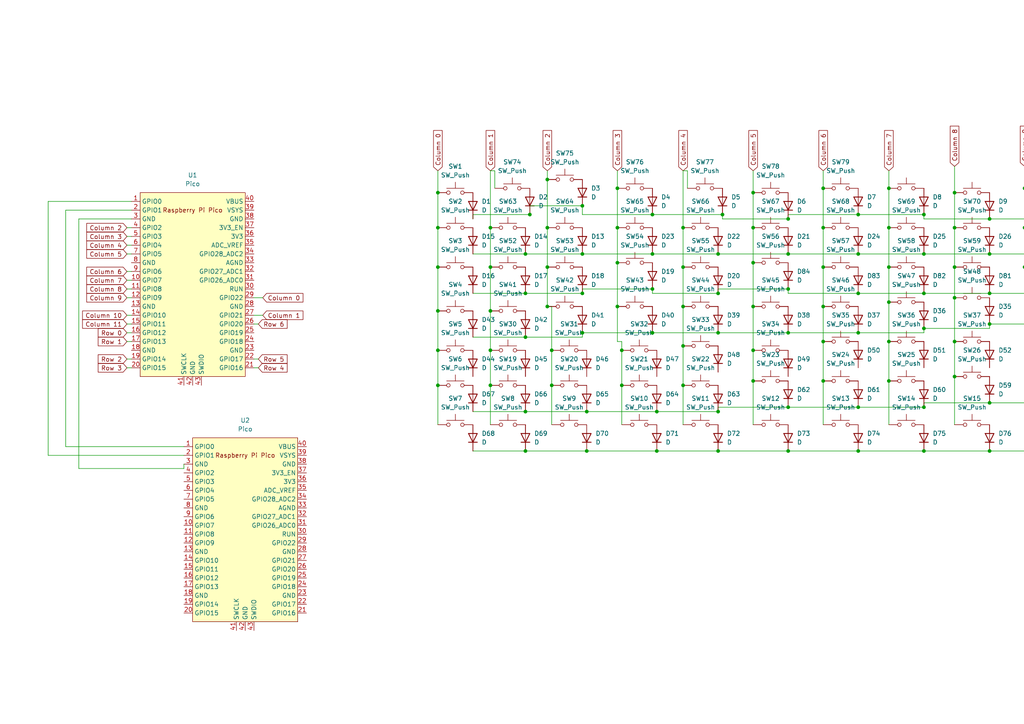
<source format=kicad_sch>
(kicad_sch (version 20231120) (generator "eeschema") (generator_version "8.0")
  (paper "A4")
  (lib_symbols
    (symbol "Device:D" (pin_numbers hide) (pin_names (offset 1.016) hide)
      (property "Reference" "D" (at 0 2.54 0))
      (property "Value" "D" (at 0 -2.54 0))
      (symbol "D_1_1"
        (pin passive line (at -3.81 0 0) (length 2.54) (name "K") (number "1"))
        (pin passive line (at 3.81 0 180) (length 2.54) (name "A") (number "2"))
      )
    )
    (symbol "Switch:SW_Push" (pin_numbers hide) (pin_names (offset 1.016) hide)
      (property "Reference" "SW" (at 1.27 2.54 0))
      (property "Value" "SW_Push" (at 0 -1.524 0))
      (symbol "SW_Push_0_1"
        (pin passive line (at -5.08 0 0) (length 2.54) (name "1") (number "1"))
        (pin passive line (at 5.08 0 180) (length 2.54) (name "2") (number "2"))
      )
    )
    (symbol "raspi:Pico"
      (property "Reference" "U" (at -13.97 27.94 0))
      (property "Value" "Pico" (at 0 19.05 0))
      (symbol "Pico_0_0"
        (text "Raspberry Pi Pico" (at 0 21.59 0) (effects (font (size 1.27 1.27))))
      )
      (symbol "Pico_1_1"
        (pin bidirectional line (at -17.78 24.13 0) (length 2.54) (name "GPIO0") (number "1"))
        (pin bidirectional line (at -17.78 1.27 0) (length 2.54) (name "GPIO7") (number "10"))
        (pin bidirectional line (at -17.78 -1.27 0) (length 2.54) (name "GPIO8") (number "11"))
        (pin bidirectional line (at -17.78 -3.81 0) (length 2.54) (name "GPIO9") (number "12"))
        (pin power_in line (at -17.78 -6.35 0) (length 2.54) (name "GND") (number "13"))
        (pin bidirectional line (at -17.78 -8.89 0) (length 2.54) (name "GPIO10") (number "14"))
        (pin bidirectional line (at -17.78 -11.43 0) (length 2.54) (name "GPIO11") (number "15"))
        (pin bidirectional line (at -17.78 -13.97 0) (length 2.54) (name "GPIO12") (number "16"))
        (pin bidirectional line (at -17.78 -16.51 0) (length 2.54) (name "GPIO13") (number "17"))
        (pin power_in line (at -17.78 -19.05 0) (length 2.54) (name "GND") (number "18"))
        (pin bidirectional line (at -17.78 -21.59 0) (length 2.54) (name "GPIO14") (number "19"))
        (pin bidirectional line (at -17.78 21.59 0) (length 2.54) (name "GPIO1") (number "2"))
        (pin bidirectional line (at -17.78 -24.13 0) (length 2.54) (name "GPIO15") (number "20"))
        (pin bidirectional line (at 17.78 -24.13 180) (length 2.54) (name "GPIO16") (number "21"))
        (pin bidirectional line (at 17.78 -21.59 180) (length 2.54) (name "GPIO17") (number "22"))
        (pin power_in line (at 17.78 -19.05 180) (length 2.54) (name "GND") (number "23"))
        (pin bidirectional line (at 17.78 -16.51 180) (length 2.54) (name "GPIO18") (number "24"))
        (pin bidirectional line (at 17.78 -13.97 180) (length 2.54) (name "GPIO19") (number "25"))
        (pin bidirectional line (at 17.78 -11.43 180) (length 2.54) (name "GPIO20") (number "26"))
        (pin bidirectional line (at 17.78 -8.89 180) (length 2.54) (name "GPIO21") (number "27"))
        (pin power_in line (at 17.78 -6.35 180) (length 2.54) (name "GND") (number "28"))
        (pin bidirectional line (at 17.78 -3.81 180) (length 2.54) (name "GPIO22") (number "29"))
        (pin power_in line (at -17.78 19.05 0) (length 2.54) (name "GND") (number "3"))
        (pin input line (at 17.78 -1.27 180) (length 2.54) (name "RUN") (number "30"))
        (pin bidirectional line (at 17.78 1.27 180) (length 2.54) (name "GPIO26_ADC0") (number "31"))
        (pin bidirectional line (at 17.78 3.81 180) (length 2.54) (name "GPIO27_ADC1") (number "32"))
        (pin power_in line (at 17.78 6.35 180) (length 2.54) (name "AGND") (number "33"))
        (pin bidirectional line (at 17.78 8.89 180) (length 2.54) (name "GPIO28_ADC2") (number "34"))
        (pin power_in line (at 17.78 11.43 180) (length 2.54) (name "ADC_VREF") (number "35"))
        (pin power_in line (at 17.78 13.97 180) (length 2.54) (name "3V3") (number "36"))
        (pin input line (at 17.78 16.51 180) (length 2.54) (name "3V3_EN") (number "37"))
        (pin bidirectional line (at 17.78 19.05 180) (length 2.54) (name "GND") (number "38"))
        (pin power_in line (at 17.78 21.59 180) (length 2.54) (name "VSYS") (number "39"))
        (pin bidirectional line (at -17.78 16.51 0) (length 2.54) (name "GPIO2") (number "4"))
        (pin power_in line (at 17.78 24.13 180) (length 2.54) (name "VBUS") (number "40"))
        (pin input line (at -2.54 -29.21 90) (length 2.54) (name "SWCLK") (number "41"))
        (pin power_in line (at 0 -29.21 90) (length 2.54) (name "GND") (number "42"))
        (pin bidirectional line (at 2.54 -29.21 90) (length 2.54) (name "SWDIO") (number "43"))
        (pin bidirectional line (at -17.78 13.97 0) (length 2.54) (name "GPIO3") (number "5"))
        (pin bidirectional line (at -17.78 11.43 0) (length 2.54) (name "GPIO4") (number "6"))
        (pin bidirectional line (at -17.78 8.89 0) (length 2.54) (name "GPIO5") (number "7"))
        (pin power_in line (at -17.78 6.35 0) (length 2.54) (name "GND") (number "8"))
        (pin bidirectional line (at -17.78 3.81 0) (length 2.54) (name "GPIO6") (number "9"))
      )
    )
  )
  (junction (at 160.02 111.76))
  (junction (at 152.4 97.79))
  (junction (at 298.45 87.63))
  (junction (at 287.02 85.09))
  (junction (at 238.76 66.04))
  (junction (at 142.24 111.76))
  (junction (at 257.81 54.61))
  (junction (at 248.92 118.11))
  (junction (at 198.12 88.9))
  (junction (at 189.23 96.52))
  (junction (at 287.02 130.81))
  (junction (at 328.93 85.09))
  (junction (at 345.44 62.23))
  (junction (at 179.07 54.61))
  (junction (at 228.6 63.5))
  (junction (at 198.12 66.04))
  (junction (at 158.75 77.47))
  (junction (at 248.92 96.52))
  (junction (at 328.93 63.5))
  (junction (at 257.81 87.63))
  (junction (at 218.44 88.9))
  (junction (at 189.23 83.82))
  (junction (at 179.07 66.04))
  (junction (at 209.55 62.23))
  (junction (at 179.07 76.2))
  (junction (at 228.6 130.81))
  (junction (at 328.93 73.66))
  (junction (at 318.77 109.22))
  (junction (at 297.18 54.61))
  (junction (at 127 90.17))
  (junction (at 276.86 99.06))
  (junction (at 287.02 116.84))
  (junction (at 257.81 66.04))
  (junction (at 168.91 59.69))
  (junction (at 335.28 66.04))
  (junction (at 267.97 130.81))
  (junction (at 198.12 111.76))
  (junction (at 160.02 101.6))
  (junction (at 238.76 99.06))
  (junction (at 345.44 95.25))
  (junction (at 228.6 73.66))
  (junction (at 328.93 95.25))
  (junction (at 267.97 85.09))
  (junction (at 267.97 118.11))
  (junction (at 335.28 54.61))
  (junction (at 238.76 54.61))
  (junction (at 127 111.76))
  (junction (at 345.44 85.09))
  (junction (at 257.81 77.47))
  (junction (at 257.81 110.49))
  (junction (at 218.44 55.88))
  (junction (at 345.44 130.81))
  (junction (at 307.34 63.5))
  (junction (at 298.45 99.06))
  (junction (at 190.5 130.81))
  (junction (at 168.91 85.09))
  (junction (at 153.67 62.23))
  (junction (at 142.24 77.47))
  (junction (at 208.28 119.38))
  (junction (at 238.76 77.47))
  (junction (at 180.34 101.6))
  (junction (at 307.34 85.09))
  (junction (at 208.28 85.09))
  (junction (at 228.6 118.11))
  (junction (at 257.81 99.06))
  (junction (at 318.77 55.88))
  (junction (at 335.28 109.22))
  (junction (at 152.4 130.81))
  (junction (at 142.24 101.6))
  (junction (at 218.44 66.04))
  (junction (at 152.4 85.09))
  (junction (at 127 55.88))
  (junction (at 238.76 110.49))
  (junction (at 142.24 90.17))
  (junction (at 127 66.04))
  (junction (at 168.91 96.52))
  (junction (at 168.91 73.66))
  (junction (at 158.75 52.07))
  (junction (at 208.28 130.81))
  (junction (at 180.34 111.76))
  (junction (at 267.97 73.66))
  (junction (at 276.86 86.36))
  (junction (at 297.18 66.04))
  (junction (at 267.97 62.23))
  (junction (at 170.18 119.38))
  (junction (at 335.28 77.47))
  (junction (at 158.75 88.9))
  (junction (at 208.28 73.66))
  (junction (at 179.07 88.9))
  (junction (at 198.12 100.33))
  (junction (at 198.12 77.47))
  (junction (at 218.44 110.49))
  (junction (at 297.18 77.47))
  (junction (at 276.86 66.04))
  (junction (at 276.86 77.47))
  (junction (at 248.92 130.81))
  (junction (at 267.97 95.25))
  (junction (at 248.92 73.66))
  (junction (at 276.86 109.22))
  (junction (at 287.02 93.98))
  (junction (at 307.34 73.66))
  (junction (at 238.76 88.9))
  (junction (at 248.92 85.09))
  (junction (at 152.4 119.38))
  (junction (at 142.24 66.04))
  (junction (at 248.92 62.23))
  (junction (at 218.44 76.2))
  (junction (at 328.93 130.81))
  (junction (at 308.61 95.25))
  (junction (at 189.23 73.66))
  (junction (at 158.75 66.04))
  (junction (at 308.61 130.81))
  (junction (at 335.28 99.06))
  (junction (at 127 77.47))
  (junction (at 218.44 101.6))
  (junction (at 318.77 66.04))
  (junction (at 335.28 87.63))
  (junction (at 190.5 119.38))
  (junction (at 228.6 96.52))
  (junction (at 318.77 77.47))
  (junction (at 208.28 96.52))
  (junction (at 287.02 63.5))
  (junction (at 345.44 73.66))
  (junction (at 287.02 73.66))
  (junction (at 189.23 62.23))
  (junction (at 328.93 116.84))
  (junction (at 318.77 99.06))
  (junction (at 276.86 55.88))
  (junction (at 127 101.6))
  (junction (at 298.45 109.22))
  (junction (at 170.18 130.81))
  (junction (at 345.44 116.84))
  (junction (at 318.77 87.63))
  (junction (at 152.4 73.66))
  (junction (at 308.61 116.84))
  (junction (at 228.6 83.82))
  (wire (pts (xy 142.24 111.76) (xy 142.24 101.6)))
  (wire (pts (xy 345.44 130.81) (xy 353.06 130.81)))
  (wire (pts (xy 179.07 99.06) (xy 180.34 99.06)))
  (wire (pts (xy 189.23 85.09) (xy 189.23 83.82)))
  (wire (pts (xy 353.06 85.09) (xy 345.44 85.09)))
  (wire (pts (xy 38.1 58.42) (xy 13.97 58.42)))
  (wire (pts (xy 267.97 85.09) (xy 287.02 85.09)))
  (wire (pts (xy 308.61 130.81) (xy 328.93 130.81)))
  (wire (pts (xy 53.34 129.54) (xy 19.05 129.54)))
  (wire (pts (xy 218.44 101.6) (xy 218.44 110.49)))
  (wire (pts (xy 74.93 93.98) (xy 73.66 93.98)))
  (wire (pts (xy 276.86 48.26) (xy 276.86 55.88)))
  (wire (pts (xy 276.86 77.47) (xy 276.86 86.36)))
  (wire (pts (xy 257.81 87.63) (xy 257.81 99.06)))
  (wire (pts (xy 276.86 66.04) (xy 276.86 77.47)))
  (wire (pts (xy 218.44 55.88) (xy 218.44 66.04)))
  (wire (pts (xy 22.86 135.89) (xy 53.34 135.89)))
  (wire (pts (xy 160.02 88.9) (xy 158.75 88.9)))
  (wire (pts (xy 137.16 73.66) (xy 152.4 73.66)))
  (wire (pts (xy 328.93 85.09) (xy 345.44 85.09)))
  (wire (pts (xy 353.06 95.25) (xy 345.44 95.25)))
  (wire (pts (xy 36.83 86.36) (xy 38.1 86.36)))
  (wire (pts (xy 257.81 99.06) (xy 257.81 110.49)))
  (wire (pts (xy 287.02 130.81) (xy 308.61 130.81)))
  (wire (pts (xy 257.81 110.49) (xy 257.81 123.19)))
  (wire (pts (xy 76.2 86.36) (xy 73.66 86.36)))
  (wire (pts (xy 308.61 116.84) (xy 287.02 116.84)))
  (wire (pts (xy 318.77 109.22) (xy 318.77 123.19)))
  (wire (pts (xy 198.12 123.19) (xy 198.12 111.76)))
  (wire (pts (xy 298.45 99.06) (xy 298.45 109.22)))
  (wire (pts (xy 228.6 118.11) (xy 208.28 118.11)))
  (wire (pts (xy 276.86 99.06) (xy 276.86 109.22)))
  (wire (pts (xy 297.18 87.63) (xy 298.45 87.63)))
  (wire (pts (xy 168.91 62.23) (xy 168.91 59.69)))
  (wire (pts (xy 318.77 66.04) (xy 318.77 77.47)))
  (wire (pts (xy 127 90.17) (xy 127 101.6)))
  (wire (pts (xy 308.61 93.98) (xy 308.61 95.25)))
  (wire (pts (xy 158.75 52.07) (xy 158.75 66.04)))
  (wire (pts (xy 287.02 93.98) (xy 308.61 93.98)))
  (wire (pts (xy 143.51 49.53) (xy 143.51 54.61)))
  (wire (pts (xy 152.4 97.79) (xy 168.91 97.79)))
  (wire (pts (xy 328.93 130.81) (xy 345.44 130.81)))
  (wire (pts (xy 218.44 49.53) (xy 218.44 55.88)))
  (wire (pts (xy 228.6 62.23) (xy 228.6 63.5)))
  (wire (pts (xy 142.24 49.53) (xy 143.51 49.53)))
  (wire (pts (xy 160.02 88.9) (xy 160.02 101.6)))
  (wire (pts (xy 318.77 87.63) (xy 318.77 99.06)))
  (wire (pts (xy 76.2 91.44) (xy 73.66 91.44)))
  (wire (pts (xy 153.67 62.23) (xy 137.16 62.23)))
  (wire (pts (xy 190.5 119.38) (xy 208.28 119.38)))
  (wire (pts (xy 198.12 77.47) (xy 198.12 66.04)))
  (wire (pts (xy 276.86 55.88) (xy 276.86 66.04)))
  (wire (pts (xy 160.02 101.6) (xy 160.02 111.76)))
  (wire (pts (xy 142.24 90.17) (xy 142.24 77.47)))
  (wire (pts (xy 307.34 63.5) (xy 307.34 62.23)))
  (wire (pts (xy 158.75 49.53) (xy 158.75 52.07)))
  (wire (pts (xy 137.16 85.09) (xy 152.4 85.09)))
  (wire (pts (xy 267.97 130.81) (xy 287.02 130.81)))
  (wire (pts (xy 74.93 104.14) (xy 73.66 104.14)))
  (wire (pts (xy 127 49.53) (xy 127 55.88)))
  (wire (pts (xy 152.4 119.38) (xy 170.18 119.38)))
  (wire (pts (xy 353.06 62.23) (xy 345.44 62.23)))
  (wire (pts (xy 218.44 110.49) (xy 218.44 123.19)))
  (wire (pts (xy 307.34 85.09) (xy 328.93 85.09)))
  (wire (pts (xy 142.24 66.04) (xy 142.24 49.53)))
  (wire (pts (xy 36.83 71.12) (xy 38.1 71.12)))
  (wire (pts (xy 36.83 66.04) (xy 38.1 66.04)))
  (wire (pts (xy 297.18 48.26) (xy 297.18 54.61)))
  (wire (pts (xy 36.83 68.58) (xy 38.1 68.58)))
  (wire (pts (xy 179.07 76.2) (xy 179.07 88.9)))
  (wire (pts (xy 345.44 62.23) (xy 328.93 62.23)))
  (wire (pts (xy 335.28 48.26) (xy 335.28 54.61)))
  (wire (pts (xy 228.6 83.82) (xy 208.28 83.82)))
  (wire (pts (xy 74.93 106.68) (xy 73.66 106.68)))
  (wire (pts (xy 208.28 83.82) (xy 208.28 85.09)))
  (wire (pts (xy 276.86 109.22) (xy 276.86 123.19)))
  (wire (pts (xy 353.06 73.66) (xy 345.44 73.66)))
  (wire (pts (xy 137.16 62.23) (xy 137.16 63.5)))
  (wire (pts (xy 36.83 78.74) (xy 38.1 78.74)))
  (wire (pts (xy 218.44 76.2) (xy 218.44 88.9)))
  (wire (pts (xy 248.92 62.23) (xy 267.97 62.23)))
  (wire (pts (xy 198.12 100.33) (xy 198.12 88.9)))
  (wire (pts (xy 13.97 132.08) (xy 53.34 132.08)))
  (wire (pts (xy 335.28 109.22) (xy 335.28 123.19)))
  (wire (pts (xy 297.18 66.04) (xy 297.18 77.47)))
  (wire (pts (xy 297.18 54.61) (xy 297.18 66.04)))
  (wire (pts (xy 142.24 101.6) (xy 142.24 90.17)))
  (wire (pts (xy 168.91 97.79) (xy 168.91 96.52)))
  (wire (pts (xy 248.92 130.81) (xy 267.97 130.81)))
  (wire (pts (xy 152.4 130.81) (xy 170.18 130.81)))
  (wire (pts (xy 248.92 85.09) (xy 228.6 85.09)))
  (wire (pts (xy 36.83 93.98) (xy 38.1 93.98)))
  (wire (pts (xy 267.97 96.52) (xy 267.97 95.25)))
  (wire (pts (xy 19.05 129.54) (xy 19.05 60.96)))
  (wire (pts (xy 179.07 88.9) (xy 179.07 99.06)))
  (wire (pts (xy 248.92 73.66) (xy 267.97 73.66)))
  (wire (pts (xy 189.23 73.66) (xy 208.28 73.66)))
  (wire (pts (xy 267.97 95.25) (xy 287.02 95.25)))
  (wire (pts (xy 190.5 130.81) (xy 208.28 130.81)))
  (wire (pts (xy 297.18 77.47) (xy 297.18 87.63)))
  (wire (pts (xy 160.02 111.76) (xy 160.02 123.19)))
  (wire (pts (xy 238.76 99.06) (xy 238.76 110.49)))
  (wire (pts (xy 276.86 86.36) (xy 276.86 99.06)))
  (wire (pts (xy 307.34 73.66) (xy 328.93 73.66)))
  (wire (pts (xy 238.76 110.49) (xy 238.76 123.19)))
  (wire (pts (xy 218.44 66.04) (xy 218.44 76.2)))
  (wire (pts (xy 228.6 130.81) (xy 248.92 130.81)))
  (wire (pts (xy 152.4 73.66) (xy 168.91 73.66)))
  (wire (pts (xy 228.6 73.66) (xy 248.92 73.66)))
  (wire (pts (xy 345.44 106.68) (xy 353.06 106.68)))
  (wire (pts (xy 208.28 130.81) (xy 228.6 130.81)))
  (wire (pts (xy 353.06 116.84) (xy 345.44 116.84)))
  (wire (pts (xy 335.28 87.63) (xy 335.28 99.06)))
  (wire (pts (xy 170.18 130.81) (xy 190.5 130.81)))
  (wire (pts (xy 208.28 118.11) (xy 208.28 119.38)))
  (wire (pts (xy 308.61 95.25) (xy 328.93 95.25)))
  (wire (pts (xy 335.28 54.61) (xy 335.28 66.04)))
  (wire (pts (xy 328.93 63.5) (xy 307.34 63.5)))
  (wire (pts (xy 328.93 95.25) (xy 345.44 95.25)))
  (wire (pts (xy 248.92 62.23) (xy 228.6 62.23)))
  (wire (pts (xy 36.83 81.28) (xy 38.1 81.28)))
  (wire (pts (xy 208.28 96.52) (xy 228.6 96.52)))
  (wire (pts (xy 127 77.47) (xy 127 90.17)))
  (wire (pts (xy 198.12 88.9) (xy 198.12 77.47)))
  (wire (pts (xy 318.77 77.47) (xy 318.77 87.63)))
  (wire (pts (xy 318.77 48.26) (xy 318.77 55.88)))
  (wire (pts (xy 158.75 77.47) (xy 158.75 88.9)))
  (wire (pts (xy 318.77 55.88) (xy 318.77 66.04)))
  (wire (pts (xy 257.81 66.04) (xy 257.81 77.47)))
  (wire (pts (xy 257.81 54.61) (xy 257.81 66.04)))
  (wire (pts (xy 36.83 73.66) (xy 38.1 73.66)))
  (wire (pts (xy 238.76 49.53) (xy 238.76 54.61)))
  (wire (pts (xy 287.02 116.84) (xy 267.97 116.84)))
  (wire (pts (xy 137.16 119.38) (xy 152.4 119.38)))
  (wire (pts (xy 287.02 63.5) (xy 307.34 63.5)))
  (wire (pts (xy 335.28 99.06) (xy 335.28 109.22)))
  (wire (pts (xy 127 55.88) (xy 127 66.04)))
  (wire (pts (xy 19.05 60.96) (xy 38.1 60.96)))
  (wire (pts (xy 335.28 77.47) (xy 335.28 87.63)))
  (wire (pts (xy 36.83 96.52) (xy 38.1 96.52)))
  (wire (pts (xy 199.39 49.53) (xy 199.39 54.61)))
  (wire (pts (xy 36.83 99.06) (xy 38.1 99.06)))
  (wire (pts (xy 180.34 101.6) (xy 180.34 111.76)))
  (wire (pts (xy 179.07 49.53) (xy 179.07 54.61)))
  (wire (pts (xy 198.12 49.53) (xy 199.39 49.53)))
  (wire (pts (xy 53.34 135.89) (xy 53.34 134.62)))
  (wire (pts (xy 137.16 97.79) (xy 152.4 97.79)))
  (wire (pts (xy 228.6 96.52) (xy 248.92 96.52)))
  (wire (pts (xy 38.1 63.5) (xy 22.86 63.5)))
  (wire (pts (xy 127 111.76) (xy 127 123.19)))
  (wire (pts (xy 198.12 66.04) (xy 198.12 49.53)))
  (wire (pts (xy 335.28 66.04) (xy 335.28 77.47)))
  (wire (pts (xy 287.02 73.66) (xy 307.34 73.66)))
  (wire (pts (xy 168.91 96.52) (xy 189.23 96.52)))
  (wire (pts (xy 36.83 106.68) (xy 38.1 106.68)))
  (wire (pts (xy 238.76 54.61) (xy 238.76 66.04)))
  (wire (pts (xy 287.02 63.5) (xy 267.97 63.5)))
  (wire (pts (xy 328.93 62.23) (xy 328.93 63.5)))
  (wire (pts (xy 168.91 83.82) (xy 168.91 85.09)))
  (wire (pts (xy 179.07 54.61) (xy 179.07 66.04)))
  (wire (pts (xy 180.34 99.06) (xy 180.34 101.6)))
  (wire (pts (xy 142.24 77.47) (xy 142.24 66.04)))
  (wire (pts (xy 36.83 104.14) (xy 38.1 104.14)))
  (wire (pts (xy 189.23 83.82) (xy 168.91 83.82)))
  (wire (pts (xy 328.93 73.66) (xy 345.44 73.66)))
  (wire (pts (xy 287.02 85.09) (xy 307.34 85.09)))
  (wire (pts (xy 228.6 63.5) (xy 209.55 63.5)))
  (wire (pts (xy 238.76 66.04) (xy 238.76 77.47)))
  (wire (pts (xy 189.23 62.23) (xy 209.55 62.23)))
  (wire (pts (xy 137.16 130.81) (xy 152.4 130.81)))
  (wire (pts (xy 248.92 118.11) (xy 228.6 118.11)))
  (wire (pts (xy 267.97 116.84) (xy 267.97 118.11)))
  (wire (pts (xy 267.97 85.09) (xy 248.92 85.09)))
  (wire (pts (xy 287.02 95.25) (xy 287.02 93.98)))
  (wire (pts (xy 22.86 63.5) (xy 22.86 135.89)))
  (wire (pts (xy 208.28 85.09) (xy 189.23 85.09)))
  (wire (pts (xy 153.67 59.69) (xy 153.67 62.23)))
  (wire (pts (xy 209.55 63.5) (xy 209.55 62.23)))
  (wire (pts (xy 152.4 85.09) (xy 168.91 85.09)))
  (wire (pts (xy 267.97 63.5) (xy 267.97 62.23)))
  (wire (pts (xy 179.07 66.04) (xy 179.07 76.2)))
  (wire (pts (xy 127 101.6) (xy 127 111.76)))
  (wire (pts (xy 170.18 119.38) (xy 190.5 119.38)))
  (wire (pts (xy 36.83 83.82) (xy 38.1 83.82)))
  (wire (pts (xy 238.76 77.47) (xy 238.76 88.9)))
  (wire (pts (xy 13.97 58.42) (xy 13.97 132.08)))
  (wire (pts (xy 127 66.04) (xy 127 77.47)))
  (wire (pts (xy 318.77 99.06) (xy 318.77 109.22)))
  (wire (pts (xy 36.83 91.44) (xy 38.1 91.44)))
  (wire (pts (xy 198.12 111.76) (xy 198.12 100.33)))
  (wire (pts (xy 257.81 77.47) (xy 257.81 87.63)))
  (wire (pts (xy 257.81 49.53) (xy 257.81 54.61)))
  (wire (pts (xy 189.23 96.52) (xy 208.28 96.52)))
  (wire (pts (xy 345.44 116.84) (xy 328.93 116.84)))
  (wire (pts (xy 180.34 111.76) (xy 180.34 123.19)))
  (wire (pts (xy 267.97 118.11) (xy 248.92 118.11)))
  (wire (pts (xy 298.45 87.63) (xy 298.45 99.06)))
  (wire (pts (xy 168.91 59.69) (xy 153.67 59.69)))
  (wire (pts (xy 238.76 88.9) (xy 238.76 99.06)))
  (wire (pts (xy 248.92 96.52) (xy 267.97 96.52)))
  (wire (pts (xy 328.93 116.84) (xy 308.61 116.84)))
  (wire (pts (xy 189.23 62.23) (xy 168.91 62.23)))
  (wire (pts (xy 218.44 88.9) (xy 218.44 101.6)))
  (wire (pts (xy 142.24 123.19) (xy 142.24 111.76)))
  (wire (pts (xy 267.97 73.66) (xy 287.02 73.66)))
  (wire (pts (xy 168.91 73.66) (xy 189.23 73.66)))
  (wire (pts (xy 298.45 109.22) (xy 298.45 123.19)))
  (wire (pts (xy 208.28 73.66) (xy 228.6 73.66)))
  (wire (pts (xy 228.6 85.09) (xy 228.6 83.82)))
  (wire (pts (xy 158.75 66.04) (xy 158.75 77.47)))
  (global_label "Column 11" (shape input) (at 36.83 93.98 180) (property "Intersheetrefs" "${INTERSHEET_REFS}" (effects (hide yes))))
  (global_label "Row 3" (shape input) (at 353.06 95.25 0) (property "Intersheetrefs" "${INTERSHEET_REFS}" (effects (hide yes))))
  (global_label "Column 1" (shape input) (at 142.24 49.53 90) (property "Intersheetrefs" "${INTERSHEET_REFS}" (effects (hide yes))))
  (global_label "Row 2" (shape input) (at 36.83 104.14 180) (property "Intersheetrefs" "${INTERSHEET_REFS}" (effects (hide yes))))
  (global_label "Column 10" (shape input) (at 36.83 91.44 180) (property "Intersheetrefs" "${INTERSHEET_REFS}" (effects (hide yes))))
  (global_label "Column 0" (shape input) (at 76.2 86.36 0) (property "Intersheetrefs" "${INTERSHEET_REFS}" (effects (hide yes))))
  (global_label "Row 5" (shape input) (at 74.93 104.14 0) (property "Intersheetrefs" "${INTERSHEET_REFS}" (effects (hide yes))))
  (global_label "Column 4" (shape input) (at 36.83 71.12 180) (property "Intersheetrefs" "${INTERSHEET_REFS}" (effects (hide yes))))
  (global_label "Row 6" (shape input) (at 74.93 93.98 0) (property "Intersheetrefs" "${INTERSHEET_REFS}" (effects (hide yes))))
  (global_label "Column 9" (shape input) (at 36.83 86.36 180) (property "Intersheetrefs" "${INTERSHEET_REFS}" (effects (hide yes))))
  (global_label "Column 4" (shape input) (at 198.12 49.53 90) (property "Intersheetrefs" "${INTERSHEET_REFS}" (effects (hide yes))))
  (global_label "Column 3" (shape input) (at 179.07 49.53 90) (property "Intersheetrefs" "${INTERSHEET_REFS}" (effects (hide yes))))
  (global_label "Column 5" (shape input) (at 218.44 49.53 90) (property "Intersheetrefs" "${INTERSHEET_REFS}" (effects (hide yes))))
  (global_label "Column 9" (shape input) (at 297.18 48.26 90) (property "Intersheetrefs" "${INTERSHEET_REFS}" (effects (hide yes))))
  (global_label "Row 1" (shape input) (at 353.06 73.66 0) (property "Intersheetrefs" "${INTERSHEET_REFS}" (effects (hide yes))))
  (global_label "Row 0" (shape input) (at 36.83 96.52 180) (property "Intersheetrefs" "${INTERSHEET_REFS}" (effects (hide yes))))
  (global_label "Column 8" (shape input) (at 276.86 48.26 90) (property "Intersheetrefs" "${INTERSHEET_REFS}" (effects (hide yes))))
  (global_label "Column 2" (shape input) (at 36.83 66.04 180) (property "Intersheetrefs" "${INTERSHEET_REFS}" (effects (hide yes))))
  (global_label "Column 5" (shape input) (at 36.83 73.66 180) (property "Intersheetrefs" "${INTERSHEET_REFS}" (effects (hide yes))))
  (global_label "Row 0" (shape input) (at 353.06 62.23 0) (property "Intersheetrefs" "${INTERSHEET_REFS}" (effects (hide yes))))
  (global_label "Row 2" (shape input) (at 353.06 85.09 0) (property "Intersheetrefs" "${INTERSHEET_REFS}" (effects (hide yes))))
  (global_label "Column 6" (shape input) (at 36.83 78.74 180) (property "Intersheetrefs" "${INTERSHEET_REFS}" (effects (hide yes))))
  (global_label "Column 1" (shape input) (at 76.2 91.44 0) (property "Intersheetrefs" "${INTERSHEET_REFS}" (effects (hide yes))))
  (global_label "Column 8" (shape input) (at 36.83 83.82 180) (property "Intersheetrefs" "${INTERSHEET_REFS}" (effects (hide yes))))
  (global_label "Column 10" (shape input) (at 318.77 48.26 90) (property "Intersheetrefs" "${INTERSHEET_REFS}" (effects (hide yes))))
  (global_label "Column 7" (shape input) (at 257.81 49.53 90) (property "Intersheetrefs" "${INTERSHEET_REFS}" (effects (hide yes))))
  (global_label "Row 4" (shape input) (at 74.93 106.68 0) (property "Intersheetrefs" "${INTERSHEET_REFS}" (effects (hide yes))))
  (global_label "Column 6" (shape input) (at 238.76 49.53 90) (property "Intersheetrefs" "${INTERSHEET_REFS}" (effects (hide yes))))
  (global_label "Column 7" (shape input) (at 36.83 81.28 180) (property "Intersheetrefs" "${INTERSHEET_REFS}" (effects (hide yes))))
  (global_label "Column 2" (shape input) (at 158.75 49.53 90) (property "Intersheetrefs" "${INTERSHEET_REFS}" (effects (hide yes))))
  (global_label "Column 11" (shape input) (at 335.28 48.26 90) (property "Intersheetrefs" "${INTERSHEET_REFS}" (effects (hide yes))))
  (global_label "Column 3" (shape input) (at 36.83 68.58 180) (property "Intersheetrefs" "${INTERSHEET_REFS}" (effects (hide yes))))
  (global_label "Row 4" (shape input) (at 353.06 106.68 0) (property "Intersheetrefs" "${INTERSHEET_REFS}" (effects (hide yes))))
  (global_label "Row 6" (shape input) (at 353.06 130.81 0) (property "Intersheetrefs" "${INTERSHEET_REFS}" (effects (hide yes))))
  (global_label "Row 3" (shape input) (at 36.83 106.68 180) (property "Intersheetrefs" "${INTERSHEET_REFS}" (effects (hide yes))))
  (global_label "Column 0" (shape input) (at 127 49.53 90) (property "Intersheetrefs" "${INTERSHEET_REFS}" (effects (hide yes))))
  (global_label "Row 1" (shape input) (at 36.83 99.06 180) (property "Intersheetrefs" "${INTERSHEET_REFS}" (effects (hide yes))))
  (global_label "Row 5" (shape input) (at 353.06 116.84 0) (property "Intersheetrefs" "${INTERSHEET_REFS}" (effects (hide yes))))
  (symbol (lib_id "Device:D") (at 152.4 115.57 90) (unit 1)
    (property "Reference" "D66" (at 154.94 114.2999 90) (effects (justify right)))
    (property "Value" "D" (at 154.94 116.8399 90) (effects (justify right)))
    (property "Footprint" "LED_SMD:LED_0201_0603Metric" (effects (hide yes)))
    (property "Description" "Diode" (effects (hide yes)))
    (property "Sim.Device" "D" (effects (hide yes)))
    (property "Sim.Pins" "1=K 2=A" (effects (hide yes)))
  )
  (symbol (lib_id "Switch:SW_Push") (at 323.85 77.47 0) (unit 1)
    (property "Reference" "SW61" (at 323.85 69.85 0))
    (property "Value" "SW_Push" (at 323.85 72.39 0))
    (property "Footprint" "Button_Switch_Keyboard:SW_Cherry_MX_1.00u_PCB" (effects (hide yes)))
    (property "Description" "Push button switch, generic, two pins" (effects (hide yes)))
  )
  (symbol (lib_id "Device:D") (at 328.93 127 90) (unit 1)
    (property "Reference" "D78" (at 331.47 125.7299 90) (effects (justify right)))
    (property "Value" "D" (at 331.47 128.2699 90) (effects (justify right)))
    (property "Footprint" "LED_SMD:LED_0201_0603Metric" (effects (hide yes)))
    (property "Description" "Diode" (effects (hide yes)))
    (property "Sim.Device" "D" (effects (hide yes)))
    (property "Sim.Pins" "1=K 2=A" (effects (hide yes)))
  )
  (symbol (lib_id "Switch:SW_Push") (at 281.94 123.19 0) (unit 1)
    (property "Reference" "SW15" (at 281.94 115.57 0))
    (property "Value" "SW_Push" (at 281.94 118.11 0))
    (property "Footprint" "Button_Switch_Keyboard:SW_Cherry_MX_1.00u_PCB" (effects (hide yes)))
    (property "Description" "Push button switch, generic, two pins" (effects (hide yes)))
  )
  (symbol (lib_id "Switch:SW_Push") (at 163.83 77.47 0) (unit 1)
    (property "Reference" "SW53" (at 163.83 69.85 0))
    (property "Value" "SW_Push" (at 163.83 72.39 0))
    (property "Footprint" "Button_Switch_Keyboard:SW_Cherry_MX_1.00u_PCB" (effects (hide yes)))
    (property "Description" "Push button switch, generic, two pins" (effects (hide yes)))
  )
  (symbol (lib_id "Device:D") (at 248.92 102.87 90) (unit 1)
    (property "Reference" "D50" (at 251.46 101.5999 90) (effects (justify right)))
    (property "Value" "D" (at 251.46 104.1399 90) (effects (justify right)))
    (property "Footprint" "LED_SMD:LED_0201_0603Metric" (effects (hide yes)))
    (property "Description" "Diode" (effects (hide yes)))
    (property "Sim.Device" "D" (effects (hide yes)))
    (property "Sim.Pins" "1=K 2=A" (effects (hide yes)))
  )
  (symbol (lib_id "Device:D") (at 345.44 102.87 90) (unit 1)
    (property "Reference" "D55" (at 347.98 101.5999 90) (effects (justify right)))
    (property "Value" "D" (at 347.98 104.1399 90) (effects (justify right)))
    (property "Footprint" "LED_SMD:LED_0201_0603Metric" (effects (hide yes)))
    (property "Description" "Diode" (effects (hide yes)))
    (property "Sim.Device" "D" (effects (hide yes)))
    (property "Sim.Pins" "1=K 2=A" (effects (hide yes)))
  )
  (symbol (lib_id "Device:D") (at 345.44 69.85 90) (unit 1)
    (property "Reference" "D29" (at 347.98 68.5799 90) (effects (justify right)))
    (property "Value" "D" (at 347.98 71.1199 90) (effects (justify right)))
    (property "Footprint" "LED_SMD:LED_0201_0603Metric" (effects (hide yes)))
    (property "Description" "Diode" (effects (hide yes)))
    (property "Sim.Device" "D" (effects (hide yes)))
    (property "Sim.Pins" "1=K 2=A" (effects (hide yes)))
  )
  (symbol (lib_id "Switch:SW_Push") (at 323.85 123.19 0) (unit 1)
    (property "Reference" "SW17" (at 323.85 115.57 0))
    (property "Value" "SW_Push" (at 323.85 118.11 0))
    (property "Footprint" "Button_Switch_Keyboard:SW_Cherry_MX_1.00u_PCB" (effects (hide yes)))
    (property "Description" "Push button switch, generic, two pins" (effects (hide yes)))
  )
  (symbol (lib_id "Switch:SW_Push") (at 303.53 109.22 0) (unit 1)
    (property "Reference" "SW27" (at 303.53 101.6 0))
    (property "Value" "SW_Push" (at 303.53 104.14 0))
    (property "Footprint" "Button_Switch_Keyboard:SW_Cherry_MX_1.00u_PCB" (effects (hide yes)))
    (property "Description" "Push button switch, generic, two pins" (effects (hide yes)))
  )
  (symbol (lib_id "Switch:SW_Push") (at 281.94 66.04 0) (unit 1)
    (property "Reference" "SW70" (at 281.94 58.42 0))
    (property "Value" "SW_Push" (at 281.94 60.96 0))
    (property "Footprint" "Button_Switch_Keyboard:SW_Cherry_MX_1.00u_PCB" (effects (hide yes)))
    (property "Description" "Push button switch, generic, two pins" (effects (hide yes)))
  )
  (symbol (lib_id "Switch:SW_Push") (at 323.85 87.63 0) (unit 1)
    (property "Reference" "SW50" (at 323.85 80.01 0))
    (property "Value" "SW_Push" (at 323.85 82.55 0))
    (property "Footprint" "Button_Switch_Keyboard:SW_Cherry_MX_1.00u_PCB" (effects (hide yes)))
    (property "Description" "Push button switch, generic, two pins" (effects (hide yes)))
  )
  (symbol (lib_id "Switch:SW_Push") (at 184.15 54.61 0) (unit 1)
    (property "Reference" "SW76" (at 184.15 46.99 0))
    (property "Value" "SW_Push" (at 184.15 49.53 0))
    (property "Footprint" "Button_Switch_Keyboard:SW_Cherry_MX_1.00u_PCB" (effects (hide yes)))
    (property "Description" "Push button switch, generic, two pins" (effects (hide yes)))
  )
  (symbol (lib_id "Switch:SW_Push") (at 147.32 101.6 0) (unit 1)
    (property "Reference" "SW30" (at 147.32 93.98 0))
    (property "Value" "SW_Push" (at 147.32 96.52 0))
    (property "Footprint" "Button_Switch_Keyboard:SW_Cherry_MX_1.00u_PCB" (effects (hide yes)))
    (property "Description" "Push button switch, generic, two pins" (effects (hide yes)))
  )
  (symbol (lib_id "Switch:SW_Push") (at 184.15 76.2 0) (unit 1)
    (property "Reference" "SW54" (at 184.15 68.58 0))
    (property "Value" "SW_Push" (at 184.15 71.12 0))
    (property "Footprint" "Button_Switch_Keyboard:SW_Cherry_MX_1.00u_PCB" (effects (hide yes)))
    (property "Description" "Push button switch, generic, two pins" (effects (hide yes)))
  )
  (symbol (lib_id "Switch:SW_Push") (at 203.2 100.33 0) (unit 1)
    (property "Reference" "SW33" (at 203.2 92.71 0))
    (property "Value" "SW_Push" (at 203.2 95.25 0))
    (property "Footprint" "Button_Switch_Keyboard:SW_Cherry_MX_1.00u_PCB" (effects (hide yes)))
    (property "Description" "Push button switch, generic, two pins" (effects (hide yes)))
  )
  (symbol (lib_id "Device:D") (at 209.55 58.42 90) (unit 1)
    (property "Reference" "D5" (at 212.09 57.1499 90) (effects (justify right)))
    (property "Value" "D" (at 212.09 59.6899 90) (effects (justify right)))
    (property "Footprint" "LED_SMD:LED_0201_0603Metric" (effects (hide yes)))
    (property "Description" "Diode" (effects (hide yes)))
    (property "Sim.Device" "D" (effects (hide yes)))
    (property "Sim.Pins" "1=K 2=A" (effects (hide yes)))
  )
  (symbol (lib_id "Switch:SW_Push") (at 184.15 66.04 0) (unit 1)
    (property "Reference" "SW65" (at 184.15 58.42 0))
    (property "Value" "SW_Push" (at 184.15 60.96 0))
    (property "Footprint" "Button_Switch_Keyboard:SW_Cherry_MX_1.00u_PCB" (effects (hide yes)))
    (property "Description" "Push button switch, generic, two pins" (effects (hide yes)))
  )
  (symbol (lib_id "Switch:SW_Push") (at 147.32 66.04 0) (unit 1)
    (property "Reference" "SW63" (at 147.32 58.42 0))
    (property "Value" "SW_Push" (at 147.32 60.96 0))
    (property "Footprint" "Button_Switch_Keyboard:SW_Cherry_MX_1.00u_PCB" (effects (hide yes)))
    (property "Description" "Push button switch, generic, two pins" (effects (hide yes)))
  )
  (symbol (lib_id "Switch:SW_Push") (at 203.2 88.9 0) (unit 1)
    (property "Reference" "SW44" (at 203.2 81.28 0))
    (property "Value" "SW_Push" (at 203.2 83.82 0))
    (property "Footprint" "Button_Switch_Keyboard:SW_Cherry_MX_1.00u_PCB" (effects (hide yes)))
    (property "Description" "Push button switch, generic, two pins" (effects (hide yes)))
  )
  (symbol (lib_id "Device:D") (at 152.4 105.41 90) (unit 1)
    (property "Reference" "D45" (at 154.94 104.1399 90) (effects (justify right)))
    (property "Value" "D" (at 154.94 106.6799 90) (effects (justify right)))
    (property "Footprint" "LED_SMD:LED_0201_0603Metric" (effects (hide yes)))
    (property "Description" "Diode" (effects (hide yes)))
    (property "Sim.Device" "D" (effects (hide yes)))
    (property "Sim.Pins" "1=K 2=A" (effects (hide yes)))
  )
  (symbol (lib_id "Switch:SW_Push") (at 147.32 123.19 0) (unit 1)
    (property "Reference" "SW8" (at 147.32 115.57 0))
    (property "Value" "SW_Push" (at 147.32 118.11 0))
    (property "Footprint" "Button_Switch_Keyboard:SW_Cherry_MX_1.00u_PCB" (effects (hide yes)))
    (property "Description" "Push button switch, generic, two pins" (effects (hide yes)))
  )
  (symbol (lib_id "Device:D") (at 137.16 81.28 90) (unit 1)
    (property "Reference" "D16" (at 139.7 80.0099 90) (effects (justify right)))
    (property "Value" "D" (at 139.7 82.5499 90) (effects (justify right)))
    (property "Footprint" "LED_SMD:LED_0201_0603Metric" (effects (hide yes)))
    (property "Description" "Diode" (effects (hide yes)))
    (property "Sim.Device" "D" (effects (hide yes)))
    (property "Sim.Pins" "1=K 2=A" (effects (hide yes)))
  )
  (symbol (lib_id "Device:D") (at 152.4 69.85 90) (unit 1)
    (property "Reference" "D14" (at 154.94 68.5799 90) (effects (justify right)))
    (property "Value" "D" (at 154.94 71.1199 90) (effects (justify right)))
    (property "Footprint" "LED_SMD:LED_0201_0603Metric" (effects (hide yes)))
    (property "Description" "Diode" (effects (hide yes)))
    (property "Sim.Device" "D" (effects (hide yes)))
    (property "Sim.Pins" "1=K 2=A" (effects (hide yes)))
  )
  (symbol (lib_id "Device:D") (at 190.5 105.41 90) (unit 1)
    (property "Reference" "D47" (at 193.04 104.1399 90) (effects (justify right)))
    (property "Value" "D" (at 193.04 106.6799 90) (effects (justify right)))
    (property "Footprint" "LED_SMD:LED_0201_0603Metric" (effects (hide yes)))
    (property "Description" "Diode" (effects (hide yes)))
    (property "Sim.Device" "D" (effects (hide yes)))
    (property "Sim.Pins" "1=K 2=A" (effects (hide yes)))
  )
  (symbol (lib_id "Device:D") (at 170.18 105.41 90) (unit 1)
    (property "Reference" "D46" (at 172.72 104.1399 90) (effects (justify right)))
    (property "Value" "D" (at 172.72 106.6799 90) (effects (justify right)))
    (property "Footprint" "LED_SMD:LED_0201_0603Metric" (effects (hide yes)))
    (property "Description" "Diode" (effects (hide yes)))
    (property "Sim.Device" "D" (effects (hide yes)))
    (property "Sim.Pins" "1=K 2=A" (effects (hide yes)))
  )
  (symbol (lib_id "Switch:SW_Push") (at 165.1 101.6 0) (unit 1)
    (property "Reference" "SW31" (at 165.1 93.98 0))
    (property "Value" "SW_Push" (at 165.1 96.52 0))
    (property "Footprint" "Button_Switch_Keyboard:SW_Cherry_MX_1.00u_PCB" (effects (hide yes)))
    (property "Description" "Push button switch, generic, two pins" (effects (hide yes)))
  )
  (symbol (lib_id "Switch:SW_Push") (at 163.83 52.07 0) (unit 1)
    (property "Reference" "SW75" (at 163.83 44.45 0))
    (property "Value" "SW_Push" (at 163.83 46.99 0))
    (property "Footprint" "Button_Switch_Keyboard:SW_Cherry_MX_1.00u_PCB" (effects (hide yes)))
    (property "Description" "Push button switch, generic, two pins" (effects (hide yes)))
  )
  (symbol (lib_id "Device:D") (at 287.02 90.17 90) (unit 1)
    (property "Reference" "D35" (at 289.56 88.8999 90) (effects (justify right)))
    (property "Value" "D" (at 289.56 91.4399 90) (effects (justify right)))
    (property "Footprint" "LED_SMD:LED_0201_0603Metric" (effects (hide yes)))
    (property "Description" "Diode" (effects (hide yes)))
    (property "Sim.Device" "D" (effects (hide yes)))
    (property "Sim.Pins" "1=K 2=A" (effects (hide yes)))
  )
  (symbol (lib_id "Switch:SW_Push") (at 132.08 55.88 0) (unit 1)
    (property "Reference" "SW1" (at 132.08 48.26 0))
    (property "Value" "SW_Push" (at 132.08 50.8 0))
    (property "Footprint" "Button_Switch_Keyboard:SW_Cherry_MX_1.00u_PCB" (effects (hide yes)))
    (property "Description" "Push button switch, generic, two pins" (effects (hide yes)))
  )
  (symbol (lib_id "Switch:SW_Push") (at 281.94 77.47 0) (unit 1)
    (property "Reference" "SW59" (at 281.94 69.85 0))
    (property "Value" "SW_Push" (at 281.94 72.39 0))
    (property "Footprint" "Button_Switch_Keyboard:SW_Cherry_MX_1.00u_PCB" (effects (hide yes)))
    (property "Description" "Push button switch, generic, two pins" (effects (hide yes)))
  )
  (symbol (lib_id "Switch:SW_Push") (at 203.2 123.19 0) (unit 1)
    (property "Reference" "SW11" (at 203.2 115.57 0))
    (property "Value" "SW_Push" (at 203.2 118.11 0))
    (property "Footprint" "Button_Switch_Keyboard:SW_Cherry_MX_1.00u_PCB" (effects (hide yes)))
    (property "Description" "Push button switch, generic, two pins" (effects (hide yes)))
  )
  (symbol (lib_id "Device:D") (at 208.28 69.85 90) (unit 1)
    (property "Reference" "D22" (at 210.82 68.5799 90) (effects (justify right)))
    (property "Value" "D" (at 210.82 71.1199 90) (effects (justify right)))
    (property "Footprint" "LED_SMD:LED_0201_0603Metric" (effects (hide yes)))
    (property "Description" "Diode" (effects (hide yes)))
    (property "Sim.Device" "D" (effects (hide yes)))
    (property "Sim.Pins" "1=K 2=A" (effects (hide yes)))
  )
  (symbol (lib_id "Switch:SW_Push") (at 132.08 111.76 0) (unit 1)
    (property "Reference" "SW6" (at 132.08 104.14 0))
    (property "Value" "SW_Push" (at 132.08 106.68 0))
    (property "Footprint" "Button_Switch_Keyboard:SW_Cherry_MX_1.00u_PCB" (effects (hide yes)))
    (property "Description" "Push button switch, generic, two pins" (effects (hide yes)))
  )
  (symbol (lib_id "Switch:SW_Push") (at 132.08 77.47 0) (unit 1)
    (property "Reference" "SW3" (at 132.08 69.85 0))
    (property "Value" "SW_Push" (at 132.08 72.39 0))
    (property "Footprint" "Button_Switch_Keyboard:SW_Cherry_MX_1.00u_PCB" (effects (hide yes)))
    (property "Description" "Push button switch, generic, two pins" (effects (hide yes)))
  )
  (symbol (lib_id "Switch:SW_Push") (at 223.52 76.2 0) (unit 1)
    (property "Reference" "SW56" (at 223.52 68.58 0))
    (property "Value" "SW_Push" (at 223.52 71.12 0))
    (property "Footprint" "Button_Switch_Keyboard:SW_Cherry_MX_1.00u_PCB" (effects (hide yes)))
    (property "Description" "Push button switch, generic, two pins" (effects (hide yes)))
  )
  (symbol (lib_id "Device:D") (at 267.97 58.42 90) (unit 1)
    (property "Reference" "D8" (at 270.51 57.1499 90) (effects (justify right)))
    (property "Value" "D" (at 270.51 59.6899 90) (effects (justify right)))
    (property "Footprint" "LED_SMD:LED_0201_0603Metric" (effects (hide yes)))
    (property "Description" "Diode" (effects (hide yes)))
    (property "Sim.Device" "D" (effects (hide yes)))
    (property "Sim.Pins" "1=K 2=A" (effects (hide yes)))
  )
  (symbol (lib_id "Device:D") (at 152.4 127 90) (unit 1)
    (property "Reference" "D69" (at 154.94 125.7299 90) (effects (justify right)))
    (property "Value" "D" (at 154.94 128.2699 90) (effects (justify right)))
    (property "Footprint" "LED_SMD:LED_0201_0603Metric" (effects (hide yes)))
    (property "Description" "Diode" (effects (hide yes)))
    (property "Sim.Device" "D" (effects (hide yes)))
    (property "Sim.Pins" "1=K 2=A" (effects (hide yes)))
  )
  (symbol (lib_id "Device:D") (at 152.4 93.98 90) (unit 1)
    (property "Reference" "D42" (at 154.94 92.7099 90) (effects (justify right)))
    (property "Value" "D" (at 154.94 95.2499 90) (effects (justify right)))
    (property "Footprint" "LED_SMD:LED_0201_0603Metric" (effects (hide yes)))
    (property "Description" "Diode" (effects (hide yes)))
    (property "Sim.Device" "D" (effects (hide yes)))
    (property "Sim.Pins" "1=K 2=A" (effects (hide yes)))
  )
  (symbol (lib_id "Switch:SW_Push") (at 262.89 87.63 0) (unit 1)
    (property "Reference" "SW47" (at 262.89 80.01 0))
    (property "Value" "SW_Push" (at 262.89 82.55 0))
    (property "Footprint" "Button_Switch_Keyboard:SW_Cherry_MX_1.00u_PCB" (effects (hide yes)))
    (property "Description" "Push button switch, generic, two pins" (effects (hide yes)))
  )
  (symbol (lib_id "Device:D") (at 308.61 127 90) (unit 1)
    (property "Reference" "D77" (at 311.15 125.7299 90) (effects (justify right)))
    (property "Value" "D" (at 311.15 128.2699 90) (effects (justify right)))
    (property "Footprint" "LED_SMD:LED_0201_0603Metric" (effects (hide yes)))
    (property "Description" "Diode" (effects (hide yes)))
    (property "Sim.Device" "D" (effects (hide yes)))
    (property "Sim.Pins" "1=K 2=A" (effects (hide yes)))
  )
  (symbol (lib_id "raspi:Pico") (at 55.88 82.55 0) (unit 1)
    (property "Reference" "U1" (at 55.88 50.8 0))
    (property "Value" "Pico" (at 55.88 53.34 0))
    (property "Footprint" "raspi:RPi_Pico_SMD_TH" (effects (hide yes)))
  )
  (symbol (lib_id "Switch:SW_Push") (at 340.36 109.22 0) (unit 1)
    (property "Reference" "SW29" (at 340.36 101.6 0))
    (property "Value" "SW_Push" (at 340.36 104.14 0))
    (property "Footprint" "Button_Switch_Keyboard:SW_Cherry_MX_1.00u_PCB" (effects (hide yes)))
    (property "Description" "Push button switch, generic, two pins" (effects (hide yes)))
  )
  (symbol (lib_id "Device:D") (at 267.97 81.28 90) (unit 1)
    (property "Reference" "D82" (at 270.51 80.0099 90) (effects (justify right)))
    (property "Value" "D" (at 270.51 82.5499 90) (effects (justify right)))
    (property "Footprint" "LED_SMD:LED_0201_0603Metric" (effects (hide yes)))
    (property "Description" "Diode" (effects (hide yes)))
    (property "Sim.Device" "D" (effects (hide yes)))
    (property "Sim.Pins" "1=K 2=A" (effects (hide yes)))
  )
  (symbol (lib_id "Device:D") (at 228.6 114.3 90) (unit 1)
    (property "Reference" "D62" (at 231.14 113.0299 90) (effects (justify right)))
    (property "Value" "D" (at 231.14 115.5699 90) (effects (justify right)))
    (property "Footprint" "LED_SMD:LED_0201_0603Metric" (effects (hide yes)))
    (property "Description" "Diode" (effects (hide yes)))
    (property "Sim.Device" "D" (effects (hide yes)))
    (property "Sim.Pins" "1=K 2=A" (effects (hide yes)))
  )
  (symbol (lib_id "Device:D") (at 248.92 92.71 90) (unit 1)
    (property "Reference" "D37" (at 251.46 91.4399 90) (effects (justify right)))
    (property "Value" "D" (at 251.46 93.9799 90) (effects (justify right)))
    (property "Footprint" "LED_SMD:LED_0201_0603Metric" (effects (hide yes)))
    (property "Description" "Diode" (effects (hide yes)))
    (property "Sim.Device" "D" (effects (hide yes)))
    (property "Sim.Pins" "1=K 2=A" (effects (hide yes)))
  )
  (symbol (lib_id "Device:D") (at 137.16 69.85 90) (unit 1)
    (property "Reference" "D15" (at 139.7 68.5799 90) (effects (justify right)))
    (property "Value" "D" (at 139.7 71.1199 90) (effects (justify right)))
    (property "Footprint" "LED_SMD:LED_0201_0603Metric" (effects (hide yes)))
    (property "Description" "Diode" (effects (hide yes)))
    (property "Sim.Device" "D" (effects (hide yes)))
    (property "Sim.Pins" "1=K 2=A" (effects (hide yes)))
  )
  (symbol (lib_id "Device:D") (at 345.44 58.42 90) (unit 1)
    (property "Reference" "D12" (at 347.98 57.1499 90) (effects (justify right)))
    (property "Value" "D" (at 347.98 59.6899 90) (effects (justify right)))
    (property "Footprint" "LED_SMD:LED_0201_0603Metric" (effects (hide yes)))
    (property "Description" "Diode" (effects (hide yes)))
    (property "Sim.Device" "D" (effects (hide yes)))
    (property "Sim.Pins" "1=K 2=A" (effects (hide yes)))
  )
  (symbol (lib_id "Device:D") (at 328.93 91.44 90) (unit 1)
    (property "Reference" "D33" (at 331.47 90.1699 90) (effects (justify right)))
    (property "Value" "D" (at 331.47 92.7099 90) (effects (justify right)))
    (property "Footprint" "LED_SMD:LED_0201_0603Metric" (effects (hide yes)))
    (property "Description" "Diode" (effects (hide yes)))
    (property "Sim.Device" "D" (effects (hide yes)))
    (property "Sim.Pins" "1=K 2=A" (effects (hide yes)))
  )
  (symbol (lib_id "Switch:SW_Push") (at 223.52 88.9 0) (unit 1)
    (property "Reference" "SW45" (at 223.52 81.28 0))
    (property "Value" "SW_Push" (at 223.52 83.82 0))
    (property "Footprint" "Button_Switch_Keyboard:SW_Cherry_MX_1.00u_PCB" (effects (hide yes)))
    (property "Description" "Push button switch, generic, two pins" (effects (hide yes)))
  )
  (symbol (lib_id "Switch:SW_Push") (at 340.36 77.47 0) (unit 1)
    (property "Reference" "SW62" (at 340.36 69.85 0))
    (property "Value" "SW_Push" (at 340.36 72.39 0))
    (property "Footprint" "Button_Switch_Keyboard:SW_Cherry_MX_1.00u_PCB" (effects (hide yes)))
    (property "Description" "Push button switch, generic, two pins" (effects (hide yes)))
  )
  (symbol (lib_id "Switch:SW_Push") (at 185.42 101.6 0) (unit 1)
    (property "Reference" "SW32" (at 185.42 93.98 0))
    (property "Value" "SW_Push" (at 185.42 96.52 0))
    (property "Footprint" "Button_Switch_Keyboard:SW_Cherry_MX_1.00u_PCB" (effects (hide yes)))
    (property "Description" "Push button switch, generic, two pins" (effects (hide yes)))
  )
  (symbol (lib_id "Device:D") (at 137.16 105.41 90) (unit 1)
    (property "Reference" "D44" (at 139.7 104.1399 90) (effects (justify right)))
    (property "Value" "D" (at 139.7 106.6799 90) (effects (justify right)))
    (property "Footprint" "LED_SMD:LED_0201_0603Metric" (effects (hide yes)))
    (property "Description" "Diode" (effects (hide yes)))
    (property "Sim.Device" "D" (effects (hide yes)))
    (property "Sim.Pins" "1=K 2=A" (effects (hide yes)))
  )
  (symbol (lib_id "Device:D") (at 228.6 105.41 90) (unit 1)
    (property "Reference" "D49" (at 231.14 104.1399 90) (effects (justify right)))
    (property "Value" "D" (at 231.14 106.6799 90) (effects (justify right)))
    (property "Footprint" "LED_SMD:LED_0201_0603Metric" (effects (hide yes)))
    (property "Description" "Diode" (effects (hide yes)))
    (property "Sim.Device" "D" (effects (hide yes)))
    (property "Sim.Pins" "1=K 2=A" (effects (hide yes)))
  )
  (symbol (lib_id "Device:D") (at 228.6 127 90) (unit 1)
    (property "Reference" "D73" (at 231.14 125.7299 90) (effects (justify right)))
    (property "Value" "D" (at 231.14 128.2699 90) (effects (justify right)))
    (property "Footprint" "LED_SMD:LED_0201_0603Metric" (effects (hide yes)))
    (property "Description" "Diode" (effects (hide yes)))
    (property "Sim.Device" "D" (effects (hide yes)))
    (property "Sim.Pins" "1=K 2=A" (effects (hide yes)))
  )
  (symbol (lib_id "Device:D") (at 328.93 102.87 90) (unit 1)
    (property "Reference" "D54" (at 331.47 101.5999 90) (effects (justify right)))
    (property "Value" "D" (at 331.47 104.1399 90) (effects (justify right)))
    (property "Footprint" "LED_SMD:LED_0201_0603Metric" (effects (hide yes)))
    (property "Description" "Diode" (effects (hide yes)))
    (property "Sim.Device" "D" (effects (hide yes)))
    (property "Sim.Pins" "1=K 2=A" (effects (hide yes)))
  )
  (symbol (lib_id "Device:D") (at 208.28 127 90) (unit 1)
    (property "Reference" "D72" (at 210.82 125.7299 90) (effects (justify right)))
    (property "Value" "D" (at 210.82 128.2699 90) (effects (justify right)))
    (property "Footprint" "LED_SMD:LED_0201_0603Metric" (effects (hide yes)))
    (property "Description" "Diode" (effects (hide yes)))
    (property "Sim.Device" "D" (effects (hide yes)))
    (property "Sim.Pins" "1=K 2=A" (effects (hide yes)))
  )
  (symbol (lib_id "Switch:SW_Push") (at 203.2 111.76 0) (unit 1)
    (property "Reference" "SW22" (at 203.2 104.14 0))
    (property "Value" "SW_Push" (at 203.2 106.68 0))
    (property "Footprint" "Button_Switch_Keyboard:SW_Cherry_MX_1.00u_PCB" (effects (hide yes)))
    (property "Description" "Push button switch, generic, two pins" (effects (hide yes)))
  )
  (symbol (lib_id "Switch:SW_Push") (at 262.89 66.04 0) (unit 1)
    (property "Reference" "SW69" (at 262.89 58.42 0))
    (property "Value" "SW_Push" (at 262.89 60.96 0))
    (property "Footprint" "Button_Switch_Keyboard:SW_Cherry_MX_1.00u_PCB" (effects (hide yes)))
    (property "Description" "Push button switch, generic, two pins" (effects (hide yes)))
  )
  (symbol (lib_id "Device:D") (at 267.97 114.3 90) (unit 1)
    (property "Reference" "D60" (at 270.51 113.0299 90) (effects (justify right)))
    (property "Value" "D" (at 270.51 115.5699 90) (effects (justify right)))
    (property "Footprint" "LED_SMD:LED_0201_0603Metric" (effects (hide yes)))
    (property "Description" "Diode" (effects (hide yes)))
    (property "Sim.Device" "D" (effects (hide yes)))
    (property "Sim.Pins" "1=K 2=A" (effects (hide yes)))
  )
  (symbol (lib_id "Switch:SW_Push") (at 223.52 110.49 0) (unit 1)
    (property "Reference" "SW23" (at 223.52 102.87 0))
    (property "Value" "SW_Push" (at 223.52 105.41 0))
    (property "Footprint" "Button_Switch_Keyboard:SW_Cherry_MX_1.00u_PCB" (effects (hide yes)))
    (property "Description" "Push button switch, generic, two pins" (effects (hide yes)))
  )
  (symbol (lib_id "Device:D") (at 308.61 91.44 90) (unit 1)
    (property "Reference" "D34" (at 311.15 90.1699 90) (effects (justify right)))
    (property "Value" "D" (at 311.15 92.7099 90) (effects (justify right)))
    (property "Footprint" "LED_SMD:LED_0201_0603Metric" (effects (hide yes)))
    (property "Description" "Diode" (effects (hide yes)))
    (property "Sim.Device" "D" (effects (hide yes)))
    (property "Sim.Pins" "1=K 2=A" (effects (hide yes)))
  )
  (symbol (lib_id "Device:D") (at 228.6 59.69 90) (unit 1)
    (property "Reference" "D6" (at 231.14 58.4199 90) (effects (justify right)))
    (property "Value" "D" (at 231.14 60.9599 90) (effects (justify right)))
    (property "Footprint" "LED_SMD:LED_0201_0603Metric" (effects (hide yes)))
    (property "Description" "Diode" (effects (hide yes)))
    (property "Sim.Device" "D" (effects (hide yes)))
    (property "Sim.Pins" "1=K 2=A" (effects (hide yes)))
  )
  (symbol (lib_id "Device:D") (at 153.67 58.42 90) (unit 1)
    (property "Reference" "D2" (at 156.21 57.1499 90) (effects (justify right)))
    (property "Value" "D" (at 156.21 59.6899 90) (effects (justify right)))
    (property "Footprint" "LED_SMD:LED_0201_0603Metric" (effects (hide yes)))
    (property "Description" "Diode" (effects (hide yes)))
    (property "Sim.Device" "D" (effects (hide yes)))
    (property "Sim.Pins" "1=K 2=A" (effects (hide yes)))
  )
  (symbol (lib_id "Switch:SW_Push") (at 148.59 54.61 0) (unit 1)
    (property "Reference" "SW74" (at 148.59 46.99 0))
    (property "Value" "SW_Push" (at 148.59 49.53 0))
    (property "Footprint" "Button_Switch_Keyboard:SW_Cherry_MX_1.00u_PCB" (effects (hide yes)))
    (property "Description" "Push button switch, generic, two pins" (effects (hide yes)))
  )
  (symbol (lib_id "Switch:SW_Push") (at 147.32 90.17 0) (unit 1)
    (property "Reference" "SW41" (at 147.32 82.55 0))
    (property "Value" "SW_Push" (at 147.32 85.09 0))
    (property "Footprint" "Button_Switch_Keyboard:SW_Cherry_MX_1.00u_PCB" (effects (hide yes)))
    (property "Description" "Push button switch, generic, two pins" (effects (hide yes)))
  )
  (symbol (lib_id "Switch:SW_Push") (at 165.1 111.76 0) (unit 1)
    (property "Reference" "SW20" (at 165.1 104.14 0))
    (property "Value" "SW_Push" (at 165.1 106.68 0))
    (property "Footprint" "Button_Switch_Keyboard:SW_Cherry_MX_1.00u_PCB" (effects (hide yes)))
    (property "Description" "Push button switch, generic, two pins" (effects (hide yes)))
  )
  (symbol (lib_id "Switch:SW_Push") (at 302.26 77.47 0) (unit 1)
    (property "Reference" "SW60" (at 302.26 69.85 0))
    (property "Value" "SW_Push" (at 302.26 72.39 0))
    (property "Footprint" "Button_Switch_Keyboard:SW_Cherry_MX_1.00u_PCB" (effects (hide yes)))
    (property "Description" "Push button switch, generic, two pins" (effects (hide yes)))
  )
  (symbol (lib_id "Device:D") (at 308.61 102.87 90) (unit 1)
    (property "Reference" "D53" (at 311.15 101.5999 90) (effects (justify right)))
    (property "Value" "D" (at 311.15 104.1399 90) (effects (justify right)))
    (property "Footprint" "LED_SMD:LED_0201_0603Metric" (effects (hide yes)))
    (property "Description" "Diode" (effects (hide yes)))
    (property "Sim.Device" "D" (effects (hide yes)))
    (property "Sim.Pins" "1=K 2=A" (effects (hide yes)))
  )
  (symbol (lib_id "Device:D") (at 170.18 115.57 90) (unit 1)
    (property "Reference" "D65" (at 172.72 114.2999 90) (effects (justify right)))
    (property "Value" "D" (at 172.72 116.8399 90) (effects (justify right)))
    (property "Footprint" "LED_SMD:LED_0201_0603Metric" (effects (hide yes)))
    (property "Description" "Diode" (effects (hide yes)))
    (property "Sim.Device" "D" (effects (hide yes)))
    (property "Sim.Pins" "1=K 2=A" (effects (hide yes)))
  )
  (symbol (lib_id "Switch:SW_Push") (at 132.08 101.6 0) (unit 1)
    (property "Reference" "SW5" (at 132.08 93.98 0))
    (property "Value" "SW_Push" (at 132.08 96.52 0))
    (property "Footprint" "Button_Switch_Keyboard:SW_Cherry_MX_1.00u_PCB" (effects (hide yes)))
    (property "Description" "Push button switch, generic, two pins" (effects (hide yes)))
  )
  (symbol (lib_id "Switch:SW_Push") (at 203.2 77.47 0) (unit 1)
    (property "Reference" "SW55" (at 203.2 69.85 0))
    (property "Value" "SW_Push" (at 203.2 72.39 0))
    (property "Footprint" "Button_Switch_Keyboard:SW_Cherry_MX_1.00u_PCB" (effects (hide yes)))
    (property "Description" "Push button switch, generic, two pins" (effects (hide yes)))
  )
  (symbol (lib_id "Switch:SW_Push") (at 163.83 88.9 0) (unit 1)
    (property "Reference" "SW42" (at 163.83 81.28 0))
    (property "Value" "SW_Push" (at 163.83 83.82 0))
    (property "Footprint" "Button_Switch_Keyboard:SW_Cherry_MX_1.00u_PCB" (effects (hide yes)))
    (property "Description" "Push button switch, generic, two pins" (effects (hide yes)))
  )
  (symbol (lib_id "Switch:SW_Push") (at 223.52 55.88 0) (unit 1)
    (property "Reference" "SW78" (at 223.52 48.26 0))
    (property "Value" "SW_Push" (at 223.52 50.8 0))
    (property "Footprint" "Button_Switch_Keyboard:SW_Cherry_MX_1.00u_PCB" (effects (hide yes)))
    (property "Description" "Push button switch, generic, two pins" (effects (hide yes)))
  )
  (symbol (lib_id "Device:D") (at 190.5 127 90) (unit 1)
    (property "Reference" "D71" (at 193.04 125.7299 90) (effects (justify right)))
    (property "Value" "D" (at 193.04 128.2699 90) (effects (justify right)))
    (property "Footprint" "LED_SMD:LED_0201_0603Metric" (effects (hide yes)))
    (property "Description" "Diode" (effects (hide yes)))
    (property "Sim.Device" "D" (effects (hide yes)))
    (property "Sim.Pins" "1=K 2=A" (effects (hide yes)))
  )
  (symbol (lib_id "Device:D") (at 287.02 102.87 90) (unit 1)
    (property "Reference" "D52" (at 289.56 101.5999 90) (effects (justify right)))
    (property "Value" "D" (at 289.56 104.1399 90) (effects (justify right)))
    (property "Footprint" "LED_SMD:LED_0201_0603Metric" (effects (hide yes)))
    (property "Description" "Diode" (effects (hide yes)))
    (property "Sim.Device" "D" (effects (hide yes)))
    (property "Sim.Pins" "1=K 2=A" (effects (hide yes)))
  )
  (symbol (lib_id "Device:D") (at 137.16 59.69 90) (unit 1)
    (property "Reference" "D1" (at 139.7 58.4199 90) (effects (justify right)))
    (property "Value" "D" (at 139.7 60.9599 90) (effects (justify right)))
    (property "Footprint" "LED_SMD:LED_0201_0603Metric" (effects (hide yes)))
    (property "Description" "Diode" (effects (hide yes)))
    (property "Sim.Device" "D" (effects (hide yes)))
    (property "Sim.Pins" "1=K 2=A" (effects (hide yes)))
  )
  (symbol (lib_id "Switch:SW_Push") (at 323.85 109.22 0) (unit 1)
    (property "Reference" "SW28" (at 323.85 101.6 0))
    (property "Value" "SW_Push" (at 323.85 104.14 0))
    (property "Footprint" "Button_Switch_Keyboard:SW_Cherry_MX_1.00u_PCB" (effects (hide yes)))
    (property "Description" "Push button switch, generic, two pins" (effects (hide yes)))
  )
  (symbol (lib_id "Device:D") (at 345.44 127 90) (unit 1)
    (property "Reference" "D79" (at 347.98 125.7299 90) (effects (justify right)))
    (property "Value" "D" (at 347.98 128.2699 90) (effects (justify right)))
    (property "Footprint" "LED_SMD:LED_0201_0603Metric" (effects (hide yes)))
    (property "Description" "Diode" (effects (hide yes)))
    (property "Sim.Device" "D" (effects (hide yes)))
    (property "Sim.Pins" "1=K 2=A" (effects (hide yes)))
  )
  (symbol (lib_id "Switch:SW_Push") (at 243.84 54.61 0) (unit 1)
    (property "Reference" "SW79" (at 243.84 46.99 0))
    (property "Value" "SW_Push" (at 243.84 49.53 0))
    (property "Footprint" "Button_Switch_Keyboard:SW_Cherry_MX_1.00u_PCB" (effects (hide yes)))
    (property "Description" "Push button switch, generic, two pins" (effects (hide yes)))
  )
  (symbol (lib_id "Device:D") (at 307.34 81.28 90) (unit 1)
    (property "Reference" "D80" (at 309.88 80.0099 90) (effects (justify right)))
    (property "Value" "D" (at 309.88 82.5499 90) (effects (justify right)))
    (property "Footprint" "LED_SMD:LED_0201_0603Metric" (effects (hide yes)))
    (property "Description" "Diode" (effects (hide yes)))
    (property "Sim.Device" "D" (effects (hide yes)))
    (property "Sim.Pins" "1=K 2=A" (effects (hide yes)))
  )
  (symbol (lib_id "Switch:SW_Push") (at 281.94 86.36 0) (unit 1)
    (property "Reference" "SW48" (at 281.94 78.74 0))
    (property "Value" "SW_Push" (at 281.94 81.28 0))
    (property "Footprint" "Button_Switch_Keyboard:SW_Cherry_MX_1.00u_PCB" (effects (hide yes)))
    (property "Description" "Push button switch, generic, two pins" (effects (hide yes)))
  )
  (symbol (lib_id "Switch:SW_Push") (at 185.42 123.19 0) (unit 1)
    (property "Reference" "SW10" (at 185.42 115.57 0))
    (property "Value" "SW_Push" (at 185.42 118.11 0))
    (property "Footprint" "Button_Switch_Keyboard:SW_Cherry_MX_1.00u_PCB" (effects (hide yes)))
    (property "Description" "Push button switch, generic, two pins" (effects (hide yes)))
  )
  (symbol (lib_id "Device:D") (at 345.44 81.28 90) (unit 1)
    (property "Reference" "D30" (at 347.98 80.0099 90) (effects (justify right)))
    (property "Value" "D" (at 347.98 82.5499 90) (effects (justify right)))
    (property "Footprint" "LED_SMD:LED_0201_0603Metric" (effects (hide yes)))
    (property "Description" "Diode" (effects (hide yes)))
    (property "Sim.Device" "D" (effects (hide yes)))
    (property "Sim.Pins" "1=K 2=A" (effects (hide yes)))
  )
  (symbol (lib_id "Device:D") (at 267.97 91.44 90) (unit 1)
    (property "Reference" "D36" (at 270.51 90.1699 90) (effects (justify right)))
    (property "Value" "D" (at 270.51 92.7099 90) (effects (justify right)))
    (property "Footprint" "LED_SMD:LED_0201_0603Metric" (effects (hide yes)))
    (property "Description" "Diode" (effects (hide yes)))
    (property "Sim.Device" "D" (effects (hide yes)))
    (property "Sim.Pins" "1=K 2=A" (effects (hide yes)))
  )
  (symbol (lib_id "Device:D") (at 208.28 81.28 90) (unit 1)
    (property "Reference" "D20" (at 210.82 80.0099 90) (effects (justify right)))
    (property "Value" "D" (at 210.82 82.5499 90) (effects (justify right)))
    (property "Footprint" "LED_SMD:LED_0201_0603Metric" (effects (hide yes)))
    (property "Description" "Diode" (effects (hide yes)))
    (property "Sim.Device" "D" (effects (hide yes)))
    (property "Sim.Pins" "1=K 2=A" (effects (hide yes)))
  )
  (symbol (lib_id "Device:D") (at 308.61 113.03 90) (unit 1)
    (property "Reference" "D58" (at 311.15 111.7599 90) (effects (justify right)))
    (property "Value" "D" (at 311.15 114.2999 90) (effects (justify right)))
    (property "Footprint" "LED_SMD:LED_0201_0603Metric" (effects (hide yes)))
    (property "Description" "Diode" (effects (hide yes)))
    (property "Sim.Device" "D" (effects (hide yes)))
    (property "Sim.Pins" "1=K 2=A" (effects (hide yes)))
  )
  (symbol (lib_id "Switch:SW_Push") (at 223.52 66.04 0) (unit 1)
    (property "Reference" "SW67" (at 223.52 58.42 0))
    (property "Value" "SW_Push" (at 223.52 60.96 0))
    (property "Footprint" "Button_Switch_Keyboard:SW_Cherry_MX_1.00u_PCB" (effects (hide yes)))
    (property "Description" "Push button switch, generic, two pins" (effects (hide yes)))
  )
  (symbol (lib_id "Device:D") (at 189.23 69.85 90) (unit 1)
    (property "Reference" "D23" (at 191.77 68.5799 90) (effects (justify right)))
    (property "Value" "D" (at 191.77 71.1199 90) (effects (justify right)))
    (property "Footprint" "LED_SMD:LED_0201_0603Metric" (effects (hide yes)))
    (property "Description" "Diode" (effects (hide yes)))
    (property "Sim.Device" "D" (effects (hide yes)))
    (property "Sim.Pins" "1=K 2=A" (effects (hide yes)))
  )
  (symbol (lib_id "Device:D") (at 137.16 93.98 90) (unit 1)
    (property "Reference" "D43" (at 139.7 92.7099 90) (effects (justify right)))
    (property "Value" "D" (at 139.7 95.2499 90) (effects (justify right)))
    (property "Footprint" "LED_SMD:LED_0201_0603Metric" (effects (hide yes)))
    (property "Description" "Diode" (effects (hide yes)))
    (property "Sim.Device" "D" (effects (hide yes)))
    (property "Sim.Pins" "1=K 2=A" (effects (hide yes)))
  )
  (symbol (lib_id "Switch:SW_Push") (at 243.84 110.49 0) (unit 1)
    (property "Reference" "SW24" (at 243.84 102.87 0))
    (property "Value" "SW_Push" (at 243.84 105.41 0))
    (property "Footprint" "Button_Switch_Keyboard:SW_Cherry_MX_1.00u_PCB" (effects (hide yes)))
    (property "Description" "Push button switch, generic, two pins" (effects (hide yes)))
  )
  (symbol (lib_id "Device:D") (at 168.91 81.28 90) (unit 1)
    (property "Reference" "D18" (at 171.45 80.0099 90) (effects (justify right)))
    (property "Value" "D" (at 171.45 82.5499 90) (effects (justify right)))
    (property "Footprint" "LED_SMD:LED_0201_0603Metric" (effects (hide yes)))
    (property "Description" "Diode" (effects (hide yes)))
    (property "Sim.Device" "D" (effects (hide yes)))
    (property "Sim.Pins" "1=K 2=A" (effects (hide yes)))
  )
  (symbol (lib_id "Device:D") (at 208.28 104.14 90) (unit 1)
    (property "Reference" "D48" (at 210.82 102.8699 90) (effects (justify right)))
    (property "Value" "D" (at 210.82 105.4099 90) (effects (justify right)))
    (property "Footprint" "LED_SMD:LED_0201_0603Metric" (effects (hide yes)))
    (property "Description" "Diode" (effects (hide yes)))
    (property "Sim.Device" "D" (effects (hide yes)))
    (property "Sim.Pins" "1=K 2=A" (effects (hide yes)))
  )
  (symbol (lib_id "Device:D") (at 287.02 59.69 90) (unit 1)
    (property "Reference" "D9" (at 289.56 58.4199 90) (effects (justify right)))
    (property "Value" "D" (at 289.56 60.9599 90) (effects (justify right)))
    (property "Footprint" "LED_SMD:LED_0201_0603Metric" (effects (hide yes)))
    (property "Description" "Diode" (effects (hide yes)))
    (property "Sim.Device" "D" (effects (hide yes)))
    (property "Sim.Pins" "1=K 2=A" (effects (hide yes)))
  )
  (symbol (lib_id "Device:D") (at 248.92 58.42 90) (unit 1)
    (property "Reference" "D7" (at 251.46 57.1499 90) (effects (justify right)))
    (property "Value" "D" (at 251.46 59.6899 90) (effects (justify right)))
    (property "Footprint" "LED_SMD:LED_0201_0603Metric" (effects (hide yes)))
    (property "Description" "Diode" (effects (hide yes)))
    (property "Sim.Device" "D" (effects (hide yes)))
    (property "Sim.Pins" "1=K 2=A" (effects (hide yes)))
  )
  (symbol (lib_id "Switch:SW_Push") (at 262.89 77.47 0) (unit 1)
    (property "Reference" "SW58" (at 262.89 69.85 0))
    (property "Value" "SW_Push" (at 262.89 72.39 0))
    (property "Footprint" "Button_Switch_Keyboard:SW_Cherry_MX_1.00u_PCB" (effects (hide yes)))
    (property "Description" "Push button switch, generic, two pins" (effects (hide yes)))
  )
  (symbol (lib_id "Device:D") (at 189.23 92.71 90) (unit 1)
    (property "Reference" "D40" (at 191.77 91.4399 90) (effects (justify right)))
    (property "Value" "D" (at 191.77 93.9799 90) (effects (justify right)))
    (property "Footprint" "LED_SMD:LED_0201_0603Metric" (effects (hide yes)))
    (property "Description" "Diode" (effects (hide yes)))
    (property "Sim.Device" "D" (effects (hide yes)))
    (property "Sim.Pins" "1=K 2=A" (effects (hide yes)))
  )
  (symbol (lib_id "Device:D") (at 328.93 59.69 90) (unit 1)
    (property "Reference" "D11" (at 331.47 58.4199 90) (effects (justify right)))
    (property "Value" "D" (at 331.47 60.9599 90) (effects (justify right)))
    (property "Footprint" "LED_SMD:LED_0201_0603Metric" (effects (hide yes)))
    (property "Description" "Diode" (effects (hide yes)))
    (property "Sim.Device" "D" (effects (hide yes)))
    (property "Sim.Pins" "1=K 2=A" (effects (hide yes)))
  )
  (symbol (lib_id "Device:D") (at 307.34 58.42 90) (unit 1)
    (property "Reference" "D10" (at 309.88 57.1499 90) (effects (justify right)))
    (property "Value" "D" (at 309.88 59.6899 90) (effects (justify right)))
    (property "Footprint" "LED_SMD:LED_0201_0603Metric" (effects (hide yes)))
    (property "Description" "Diode" (effects (hide yes)))
    (property "Sim.Device" "D" (effects (hide yes)))
    (property "Sim.Pins" "1=K 2=A" (effects (hide yes)))
  )
  (symbol (lib_id "Switch:SW_Push") (at 340.36 99.06 0) (unit 1)
    (property "Reference" "SW40" (at 340.36 91.44 0))
    (property "Value" "SW_Push" (at 340.36 93.98 0))
    (property "Footprint" "Button_Switch_Keyboard:SW_Cherry_MX_1.00u_PCB" (effects (hide yes)))
    (property "Description" "Push button switch, generic, two pins" (effects (hide yes)))
  )
  (symbol (lib_id "Device:D") (at 287.02 127 90) (unit 1)
    (property "Reference" "D76" (at 289.56 125.7299 90) (effects (justify right)))
    (property "Value" "D" (at 289.56 128.2699 90) (effects (justify right)))
    (property "Footprint" "LED_SMD:LED_0201_0603Metric" (effects (hide yes)))
    (property "Description" "Diode" (effects (hide yes)))
    (property "Sim.Device" "D" (effects (hide yes)))
    (property "Sim.Pins" "1=K 2=A" (effects (hide yes)))
  )
  (symbol (lib_id "Device:D") (at 287.02 113.03 90) (unit 1)
    (property "Reference" "D59" (at 289.56 111.7599 90) (effects (justify right)))
    (property "Value" "D" (at 289.56 114.2999 90) (effects (justify right)))
    (property "Footprint" "LED_SMD:LED_0201_0603Metric" (effects (hide yes)))
    (property "Description" "Diode" (effects (hide yes)))
    (property "Sim.Device" "D" (effects (hide yes)))
    (property "Sim.Pins" "1=K 2=A" (effects (hide yes)))
  )
  (symbol (lib_id "Device:D") (at 287.02 69.85 90) (unit 1)
    (property "Reference" "D26" (at 289.56 68.5799 90) (effects (justify right)))
    (property "Value" "D" (at 289.56 71.1199 90) (effects (justify right)))
    (property "Footprint" "LED_SMD:LED_0201_0603Metric" (effects (hide yes)))
    (property "Description" "Diode" (effects (hide yes)))
    (property "Sim.Device" "D" (effects (hide yes)))
    (property "Sim.Pins" "1=K 2=A" (effects (hide yes)))
  )
  (symbol (lib_id "Switch:SW_Push") (at 323.85 55.88 0) (unit 1)
    (property "Reference" "SW83" (effects (hide yes)))
    (property "Value" "SW_Push" (effects (hide yes)))
    (property "Footprint" "Button_Switch_Keyboard:SW_Cherry_MX_1.00u_PCB" (effects (hide yes)))
    (property "Description" "Push button switch, generic, two pins" (effects (hide yes)))
  )
  (symbol (lib_id "Switch:SW_Push") (at 262.89 123.19 0) (unit 1)
    (property "Reference" "SW14" (at 262.89 115.57 0))
    (property "Value" "SW_Push" (at 262.89 118.11 0))
    (property "Footprint" "Button_Switch_Keyboard:SW_Cherry_MX_1.00u_PCB" (effects (hide yes)))
    (property "Description" "Push button switch, generic, two pins" (effects (hide yes)))
  )
  (symbol (lib_id "Switch:SW_Push") (at 243.84 77.47 0) (unit 1)
    (property "Reference" "SW57" (at 243.84 69.85 0))
    (property "Value" "SW_Push" (at 243.84 72.39 0))
    (property "Footprint" "Button_Switch_Keyboard:SW_Cherry_MX_1.00u_PCB" (effects (hide yes)))
    (property "Description" "Push button switch, generic, two pins" (effects (hide yes)))
  )
  (symbol (lib_id "Device:D") (at 228.6 80.01 90) (unit 1)
    (property "Reference" "D84" (at 231.14 78.7399 90) (effects (justify right)))
    (property "Value" "D" (at 231.14 81.2799 90) (effects (justify right)))
    (property "Footprint" "LED_SMD:LED_0201_0603Metric" (effects (hide yes)))
    (property "Description" "Diode" (effects (hide yes)))
    (property "Sim.Device" "D" (effects (hide yes)))
    (property "Sim.Pins" "1=K 2=A" (effects (hide yes)))
  )
  (symbol (lib_id "Device:D") (at 208.28 92.71 90) (unit 1)
    (property "Reference" "D39" (at 210.82 91.4399 90) (effects (justify right)))
    (property "Value" "D" (at 210.82 93.9799 90) (effects (justify right)))
    (property "Footprint" "LED_SMD:LED_0201_0603Metric" (effects (hide yes)))
    (property "Description" "Diode" (effects (hide yes)))
    (property "Sim.Device" "D" (effects (hide yes)))
    (property "Sim.Pins" "1=K 2=A" (effects (hide yes)))
  )
  (symbol (lib_id "Device:D") (at 248.92 114.3 90) (unit 1)
    (property "Reference" "D61" (at 251.46 113.0299 90) (effects (justify right)))
    (property "Value" "D" (at 251.46 115.5699 90) (effects (justify right)))
    (property "Footprint" "LED_SMD:LED_0201_0603Metric" (effects (hide yes)))
    (property "Description" "Diode" (effects (hide yes)))
    (property "Sim.Device" "D" (effects (hide yes)))
    (property "Sim.Pins" "1=K 2=A" (effects (hide yes)))
  )
  (symbol (lib_id "Switch:SW_Push") (at 262.89 54.61 0) (unit 1)
    (property "Reference" "SW80" (effects (hide yes)))
    (property "Value" "SW_Push" (effects (hide yes)))
    (property "Footprint" "Button_Switch_Keyboard:SW_Cherry_MX_1.00u_PCB" (effects (hide yes)))
    (property "Description" "Push button switch, generic, two pins" (effects (hide yes)))
  )
  (symbol (lib_id "Switch:SW_Push") (at 203.2 66.04 0) (unit 1)
    (property "Reference" "SW66" (at 203.2 58.42 0))
    (property "Value" "SW_Push" (at 203.2 60.96 0))
    (property "Footprint" "Button_Switch_Keyboard:SW_Cherry_MX_1.00u_PCB" (effects (hide yes)))
    (property "Description" "Push button switch, generic, two pins" (effects (hide yes)))
  )
  (symbol (lib_id "Device:D") (at 328.93 69.85 90) (unit 1)
    (property "Reference" "D28" (at 331.47 68.5799 90) (effects (justify right)))
    (property "Value" "D" (at 331.47 71.1199 90) (effects (justify right)))
    (property "Footprint" "LED_SMD:LED_0201_0603Metric" (effects (hide yes)))
    (property "Description" "Diode" (effects (hide yes)))
    (property "Sim.Device" "D" (effects (hide yes)))
    (property "Sim.Pins" "1=K 2=A" (effects (hide yes)))
  )
  (symbol (lib_id "Device:D") (at 208.28 115.57 90) (unit 1)
    (property "Reference" "D63" (at 210.82 114.2999 90) (effects (justify right)))
    (property "Value" "D" (at 210.82 116.8399 90) (effects (justify right)))
    (property "Footprint" "LED_SMD:LED_0201_0603Metric" (effects (hide yes)))
    (property "Description" "Diode" (effects (hide yes)))
    (property "Sim.Device" "D" (effects (hide yes)))
    (property "Sim.Pins" "1=K 2=A" (effects (hide yes)))
  )
  (symbol (lib_id "Switch:SW_Push") (at 243.84 88.9 0) (unit 1)
    (property "Reference" "SW46" (at 243.84 81.28 0))
    (property "Value" "SW_Push" (at 243.84 83.82 0))
    (property "Footprint" "Button_Switch_Keyboard:SW_Cherry_MX_1.00u_PCB" (effects (hide yes)))
    (property "Description" "Push button switch, generic, two pins" (effects (hide yes)))
  )
  (symbol (lib_id "Switch:SW_Push") (at 132.08 123.19 0) (unit 1)
    (property "Reference" "SW7" (at 132.08 115.57 0))
    (property "Value" "SW_Push" (at 132.08 118.11 0))
    (property "Footprint" "Button_Switch_Keyboard:SW_Cherry_MX_1.00u_PCB" (effects (hide yes)))
    (property "Description" "Push button switch, generic, two pins" (effects (hide yes)))
  )
  (symbol (lib_id "Device:D") (at 170.18 127 90) (unit 1)
    (property "Reference" "D70" (at 172.72 125.7299 90) (effects (justify right)))
    (property "Value" "D" (at 172.72 128.2699 90) (effects (justify right)))
    (property "Footprint" "LED_SMD:LED_0201_0603Metric" (effects (hide yes)))
    (property "Description" "Diode" (effects (hide yes)))
    (property "Sim.Device" "D" (effects (hide yes)))
    (property "Sim.Pins" "1=K 2=A" (effects (hide yes)))
  )
  (symbol (lib_id "Switch:SW_Push") (at 243.84 66.04 0) (unit 1)
    (property "Reference" "SW68" (at 243.84 58.42 0))
    (property "Value" "SW_Push" (at 243.84 60.96 0))
    (property "Footprint" "Button_Switch_Keyboard:SW_Cherry_MX_1.00u_PCB" (effects (hide yes)))
    (property "Description" "Push button switch, generic, two pins" (effects (hide yes)))
  )
  (symbol (lib_id "Switch:SW_Push") (at 163.83 66.04 0) (unit 1)
    (property "Reference" "SW64" (at 163.83 58.42 0))
    (property "Value" "SW_Push" (at 163.83 60.96 0))
    (property "Footprint" "Button_Switch_Keyboard:SW_Cherry_MX_1.00u_PCB" (effects (hide yes)))
    (property "Description" "Push button switch, generic, two pins" (effects (hide yes)))
  )
  (symbol (lib_id "Switch:SW_Push") (at 340.36 123.19 0) (unit 1)
    (property "Reference" "SW18" (at 340.36 115.57 0))
    (property "Value" "SW_Push" (at 340.36 118.11 0))
    (property "Footprint" "Button_Switch_Keyboard:SW_Cherry_MX_1.00u_PCB" (effects (hide yes)))
    (property "Description" "Push button switch, generic, two pins" (effects (hide yes)))
  )
  (symbol (lib_id "Device:D") (at 248.92 81.28 90) (unit 1)
    (property "Reference" "D83" (at 251.46 80.0099 90) (effects (justify right)))
    (property "Value" "D" (at 251.46 82.5499 90) (effects (justify right)))
    (property "Footprint" "LED_SMD:LED_0201_0603Metric" (effects (hide yes)))
    (property "Description" "Diode" (effects (hide yes)))
    (property "Sim.Device" "D" (effects (hide yes)))
    (property "Sim.Pins" "1=K 2=A" (effects (hide yes)))
  )
  (symbol (lib_id "Switch:SW_Push") (at 303.53 123.19 0) (unit 1)
    (property "Reference" "SW16" (at 303.53 115.57 0))
    (property "Value" "SW_Push" (at 303.53 118.11 0))
    (property "Footprint" "Button_Switch_Keyboard:SW_Cherry_MX_1.00u_PCB" (effects (hide yes)))
    (property "Description" "Push button switch, generic, two pins" (effects (hide yes)))
  )
  (symbol (lib_id "Switch:SW_Push") (at 302.26 54.61 0) (unit 1)
    (property "Reference" "SW82" (effects (hide yes)))
    (property "Value" "SW_Push" (effects (hide yes)))
    (property "Footprint" "Button_Switch_Keyboard:SW_Cherry_MX_1.00u_PCB" (effects (hide yes)))
    (property "Description" "Push button switch, generic, two pins" (effects (hide yes)))
  )
  (symbol (lib_id "Device:D") (at 345.44 91.44 90) (unit 1)
    (property "Reference" "D32" (at 347.98 90.1699 90) (effects (justify right)))
    (property "Value" "D" (at 347.98 92.7099 90) (effects (justify right)))
    (property "Footprint" "LED_SMD:LED_0201_0603Metric" (effects (hide yes)))
    (property "Description" "Diode" (effects (hide yes)))
    (property "Sim.Device" "D" (effects (hide yes)))
    (property "Sim.Pins" "1=K 2=A" (effects (hide yes)))
  )
  (symbol (lib_id "Switch:SW_Push") (at 243.84 99.06 0) (unit 1)
    (property "Reference" "SW35" (at 243.84 91.44 0))
    (property "Value" "SW_Push" (at 243.84 93.98 0))
    (property "Footprint" "Button_Switch_Keyboard:SW_Cherry_MX_1.00u_PCB" (effects (hide yes)))
    (property "Description" "Push button switch, generic, two pins" (effects (hide yes)))
  )
  (symbol (lib_id "Device:D") (at 328.93 113.03 90) (unit 1)
    (property "Reference" "D57" (at 331.47 111.7599 90) (effects (justify right)))
    (property "Value" "D" (at 331.47 114.2999 90) (effects (justify right)))
    (property "Footprint" "LED_SMD:LED_0201_0603Metric" (effects (hide yes)))
    (property "Description" "Diode" (effects (hide yes)))
    (property "Sim.Device" "D" (effects (hide yes)))
    (property "Sim.Pins" "1=K 2=A" (effects (hide yes)))
  )
  (symbol (lib_id "Switch:SW_Push") (at 323.85 66.04 0) (unit 1)
    (property "Reference" "SW72" (at 323.85 58.42 0))
    (property "Value" "SW_Push" (at 323.85 60.96 0))
    (property "Footprint" "Button_Switch_Keyboard:SW_Cherry_MX_1.00u_PCB" (effects (hide yes)))
    (property "Description" "Push button switch, generic, two pins" (effects (hide yes)))
  )
  (symbol (lib_id "Switch:SW_Push") (at 262.89 110.49 0) (unit 1)
    (property "Reference" "SW25" (at 262.89 102.87 0))
    (property "Value" "SW_Push" (at 262.89 105.41 0))
    (property "Footprint" "Button_Switch_Keyboard:SW_Cherry_MX_1.00u_PCB" (effects (hide yes)))
    (property "Description" "Push button switch, generic, two pins" (effects (hide yes)))
  )
  (symbol (lib_id "Device:D") (at 168.91 69.85 90) (unit 1)
    (property "Reference" "D13" (at 171.45 68.5799 90) (effects (justify right)))
    (property "Value" "D" (at 171.45 71.1199 90) (effects (justify right)))
    (property "Footprint" "LED_SMD:LED_0201_0603Metric" (effects (hide yes)))
    (property "Description" "Diode" (effects (hide yes)))
    (property "Sim.Device" "D" (effects (hide yes)))
    (property "Sim.Pins" "1=K 2=A" (effects (hide yes)))
  )
  (symbol (lib_id "Switch:SW_Push") (at 281.94 55.88 0) (unit 1)
    (property "Reference" "SW81" (effects (hide yes)))
    (property "Value" "SW_Push" (effects (hide yes)))
    (property "Footprint" "Button_Switch_Keyboard:SW_Cherry_MX_1.00u_PCB" (effects (hide yes)))
    (property "Description" "Push button switch, generic, two pins" (effects (hide yes)))
  )
  (symbol (lib_id "Device:D") (at 287.02 81.28 90) (unit 1)
    (property "Reference" "D81" (at 289.56 80.0099 90) (effects (justify right)))
    (property "Value" "D" (at 289.56 82.5499 90) (effects (justify right)))
    (property "Footprint" "LED_SMD:LED_0201_0603Metric" (effects (hide yes)))
    (property "Description" "Diode" (effects (hide yes)))
    (property "Sim.Device" "D" (effects (hide yes)))
    (property "Sim.Pins" "1=K 2=A" (effects (hide yes)))
  )
  (symbol (lib_id "Device:D") (at 168.91 55.88 90) (unit 1)
    (property "Reference" "D3" (at 171.45 54.6099 90) (effects (justify right)))
    (property "Value" "D" (at 171.45 57.1499 90) (effects (justify right)))
    (property "Footprint" "LED_SMD:LED_0201_0603Metric" (effects (hide yes)))
    (property "Description" "Diode" (effects (hide yes)))
    (property "Sim.Device" "D" (effects (hide yes)))
    (property "Sim.Pins" "1=K 2=A" (effects (hide yes)))
  )
  (symbol (lib_id "Switch:SW_Push") (at 303.53 87.63 0) (unit 1)
    (property "Reference" "SW49" (at 303.53 80.01 0))
    (property "Value" "SW_Push" (at 303.53 82.55 0))
    (property "Footprint" "Button_Switch_Keyboard:SW_Cherry_MX_1.00u_PCB" (effects (hide yes)))
    (property "Description" "Push button switch, generic, two pins" (effects (hide yes)))
  )
  (symbol (lib_id "raspi:Pico") (at 71.12 153.67 0) (unit 1)
    (property "Reference" "U2" (at 71.12 121.92 0))
    (property "Value" "Pico" (at 71.12 124.46 0))
    (property "Footprint" "raspi:RPi_Pico_SMD_TH" (effects (hide yes)))
  )
  (symbol (lib_id "Switch:SW_Push") (at 204.47 54.61 0) (unit 1)
    (property "Reference" "SW77" (at 204.47 46.99 0))
    (property "Value" "SW_Push" (at 204.47 49.53 0))
    (property "Footprint" "Button_Switch_Keyboard:SW_Cherry_MX_1.00u_PCB" (effects (hide yes)))
    (property "Description" "Push button switch, generic, two pins" (effects (hide yes)))
  )
  (symbol (lib_id "Device:D") (at 152.4 81.28 90) (unit 1)
    (property "Reference" "D17" (at 154.94 80.0099 90) (effects (justify right)))
    (property "Value" "D" (at 154.94 82.5499 90) (effects (justify right)))
    (property "Footprint" "LED_SMD:LED_0201_0603Metric" (effects (hide yes)))
    (property "Description" "Diode" (effects (hide yes)))
    (property "Sim.Device" "D" (effects (hide yes)))
    (property "Sim.Pins" "1=K 2=A" (effects (hide yes)))
  )
  (symbol (lib_id "Switch:SW_Push") (at 340.36 87.63 0) (unit 1)
    (property "Reference" "SW51" (at 340.36 80.01 0))
    (property "Value" "SW_Push" (at 340.36 82.55 0))
    (property "Footprint" "Button_Switch_Keyboard:SW_Cherry_MX_1.00u_PCB" (effects (hide yes)))
    (property "Description" "Push button switch, generic, two pins" (effects (hide yes)))
  )
  (symbol (lib_id "Switch:SW_Push") (at 147.32 111.76 0) (unit 1)
    (property "Reference" "SW19" (at 147.32 104.14 0))
    (property "Value" "SW_Push" (at 147.32 106.68 0))
    (property "Footprint" "Button_Switch_Keyboard:SW_Cherry_MX_1.00u_PCB" (effects (hide yes)))
    (property "Description" "Push button switch, generic, two pins" (effects (hide yes)))
  )
  (symbol (lib_id "Switch:SW_Push") (at 243.84 123.19 0) (unit 1)
    (property "Reference" "SW13" (at 243.84 115.57 0))
    (property "Value" "SW_Push" (at 243.84 118.11 0))
    (property "Footprint" "Button_Switch_Keyboard:SW_Cherry_MX_1.00u_PCB" (effects (hide yes)))
    (property "Description" "Push button switch, generic, two pins" (effects (hide yes)))
  )
  (symbol (lib_id "Device:D") (at 168.91 92.71 90) (unit 1)
    (property "Reference" "D41" (at 171.45 91.4399 90) (effects (justify right)))
    (property "Value" "D" (at 171.45 93.9799 90) (effects (justify right)))
    (property "Footprint" "LED_SMD:LED_0201_0603Metric" (effects (hide yes)))
    (property "Description" "Diode" (effects (hide yes)))
    (property "Sim.Device" "D" (effects (hide yes)))
    (property "Sim.Pins" "1=K 2=A" (effects (hide yes)))
  )
  (symbol (lib_id "Switch:SW_Push") (at 262.89 99.06 0) (unit 1)
    (property "Reference" "SW36" (at 262.89 91.44 0))
    (property "Value" "SW_Push" (at 262.89 93.98 0))
    (property "Footprint" "Button_Switch_Keyboard:SW_Cherry_MX_1.00u_PCB" (effects (hide yes)))
    (property "Description" "Push button switch, generic, two pins" (effects (hide yes)))
  )
  (symbol (lib_id "Device:D") (at 307.34 69.85 90) (unit 1)
    (property "Reference" "D27" (at 309.88 68.5799 90) (effects (justify right)))
    (property "Value" "D" (at 309.88 71.1199 90) (effects (justify right)))
    (property "Footprint" "LED_SMD:LED_0201_0603Metric" (effects (hide yes)))
    (property "Description" "Diode" (effects (hide yes)))
    (property "Sim.Device" "D" (effects (hide yes)))
    (property "Sim.Pins" "1=K 2=A" (effects (hide yes)))
  )
  (symbol (lib_id "Device:D") (at 345.44 113.03 90) (unit 1)
    (property "Reference" "D56" (at 347.98 111.7599 90) (effects (justify right)))
    (property "Value" "D" (at 347.98 114.2999 90) (effects (justify right)))
    (property "Footprint" "LED_SMD:LED_0201_0603Metric" (effects (hide yes)))
    (property "Description" "Diode" (effects (hide yes)))
    (property "Sim.Device" "D" (effects (hide yes)))
    (property "Sim.Pins" "1=K 2=A" (effects (hide yes)))
  )
  (symbol (lib_id "Device:D") (at 228.6 69.85 90) (unit 1)
    (property "Reference" "D21" (at 231.14 68.5799 90) (effects (justify right)))
    (property "Value" "D" (at 231.14 71.1199 90) (effects (justify right)))
    (property "Footprint" "LED_SMD:LED_0201_0603Metric" (effects (hide yes)))
    (property "Description" "Diode" (effects (hide yes)))
    (property "Sim.Device" "D" (effects (hide yes)))
    (property "Sim.Pins" "1=K 2=A" (effects (hide yes)))
  )
  (symbol (lib_id "Switch:SW_Push") (at 223.52 101.6 0) (unit 1)
    (property "Reference" "SW34" (at 223.52 93.98 0))
    (property "Value" "SW_Push" (at 223.52 96.52 0))
    (property "Footprint" "Button_Switch_Keyboard:SW_Cherry_MX_1.00u_PCB" (effects (hide yes)))
    (property "Description" "Push button switch, generic, two pins" (effects (hide yes)))
  )
  (symbol (lib_id "Device:D") (at 228.6 92.71 90) (unit 1)
    (property "Reference" "D38" (at 231.14 91.4399 90) (effects (justify right)))
    (property "Value" "D" (at 231.14 93.9799 90) (effects (justify right)))
    (property "Footprint" "LED_SMD:LED_0201_0603Metric" (effects (hide yes)))
    (property "Description" "Diode" (effects (hide yes)))
    (property "Sim.Device" "D" (effects (hide yes)))
    (property "Sim.Pins" "1=K 2=A" (effects (hide yes)))
  )
  (symbol (lib_id "Switch:SW_Push") (at 303.53 99.06 0) (unit 1)
    (property "Reference" "SW38" (at 303.53 91.44 0))
    (property "Value" "SW_Push" (at 303.53 93.98 0))
    (property "Footprint" "Button_Switch_Keyboard:SW_Cherry_MX_1.00u_PCB" (effects (hide yes)))
    (property "Description" "Push button switch, generic, two pins" (effects (hide yes)))
  )
  (symbol (lib_id "Device:D") (at 137.16 127 90) (unit 1)
    (property "Reference" "D68" (at 139.7 125.7299 90) (effects (justify right)))
    (property "Value" "D" (at 139.7 128.2699 90) (effects (justify right)))
    (property "Footprint" "LED_SMD:LED_0201_0603Metric" (effects (hide yes)))
    (property "Description" "Diode" (effects (hide yes)))
    (property "Sim.Device" "D" (effects (hide yes)))
    (property "Sim.Pins" "1=K 2=A" (effects (hide yes)))
  )
  (symbol (lib_id "Device:D") (at 248.92 127 90) (unit 1)
    (property "Reference" "D74" (at 251.46 125.7299 90) (effects (justify right)))
    (property "Value" "D" (at 251.46 128.2699 90) (effects (justify right)))
    (property "Footprint" "LED_SMD:LED_0201_0603Metric" (effects (hide yes)))
    (property "Description" "Diode" (effects (hide yes)))
    (property "Sim.Device" "D" (effects (hide yes)))
    (property "Sim.Pins" "1=K 2=A" (effects (hide yes)))
  )
  (symbol (lib_id "Device:D") (at 190.5 115.57 90) (unit 1)
    (property "Reference" "D64" (at 193.04 114.2999 90) (effects (justify right)))
    (property "Value" "D" (at 193.04 116.8399 90) (effects (justify right)))
    (property "Footprint" "LED_SMD:LED_0201_0603Metric" (effects (hide yes)))
    (property "Description" "Diode" (effects (hide yes)))
    (property "Sim.Device" "D" (effects (hide yes)))
    (property "Sim.Pins" "1=K 2=A" (effects (hide yes)))
  )
  (symbol (lib_id "Device:D") (at 328.93 81.28 90) (unit 1)
    (property "Reference" "D31" (at 331.47 80.0099 90) (effects (justify right)))
    (property "Value" "D" (at 331.47 82.5499 90) (effects (justify right)))
    (property "Footprint" "LED_SMD:LED_0201_0603Metric" (effects (hide yes)))
    (property "Description" "Diode" (effects (hide yes)))
    (property "Sim.Device" "D" (effects (hide yes)))
    (property "Sim.Pins" "1=K 2=A" (effects (hide yes)))
  )
  (symbol (lib_id "Switch:SW_Push") (at 340.36 54.61 0) (unit 1)
    (property "Reference" "SW84" (at 340.36 46.99 0))
    (property "Value" "SW_Push" (at 340.36 49.53 0))
    (property "Footprint" "Button_Switch_Keyboard:SW_Cherry_MX_1.00u_PCB" (effects (hide yes)))
    (property "Description" "Push button switch, generic, two pins" (effects (hide yes)))
  )
  (symbol (lib_id "Switch:SW_Push") (at 165.1 123.19 0) (unit 1)
    (property "Reference" "SW9" (at 165.1 115.57 0))
    (property "Value" "SW_Push" (at 165.1 118.11 0))
    (property "Footprint" "Button_Switch_Keyboard:SW_Cherry_MX_1.00u_PCB" (effects (hide yes)))
    (property "Description" "Push button switch, generic, two pins" (effects (hide yes)))
  )
  (symbol (lib_id "Device:D") (at 189.23 58.42 90) (unit 1)
    (property "Reference" "D4" (at 191.77 57.1499 90) (effects (justify right)))
    (property "Value" "D" (at 191.77 59.6899 90) (effects (justify right)))
    (property "Footprint" "LED_SMD:LED_0201_0603Metric" (effects (hide yes)))
    (property "Description" "Diode" (effects (hide yes)))
    (property "Sim.Device" "D" (effects (hide yes)))
    (property "Sim.Pins" "1=K 2=A" (effects (hide yes)))
  )
  (symbol (lib_id "Switch:SW_Push") (at 185.42 111.76 0) (unit 1)
    (property "Reference" "SW21" (at 185.42 104.14 0))
    (property "Value" "SW_Push" (at 185.42 106.68 0))
    (property "Footprint" "Button_Switch_Keyboard:SW_Cherry_MX_1.00u_PCB" (effects (hide yes)))
    (property "Description" "Push button switch, generic, two pins" (effects (hide yes)))
  )
  (symbol (lib_id "Switch:SW_Push") (at 281.94 99.06 0) (unit 1)
    (property "Reference" "SW37" (at 281.94 91.44 0))
    (property "Value" "SW_Push" (at 281.94 93.98 0))
    (property "Footprint" "Button_Switch_Keyboard:SW_Cherry_MX_1.00u_PCB" (effects (hide yes)))
    (property "Description" "Push button switch, generic, two pins" (effects (hide yes)))
  )
  (symbol (lib_id "Device:D") (at 267.97 127 90) (unit 1)
    (property "Reference" "D75" (at 270.51 125.7299 90) (effects (justify right)))
    (property "Value" "D" (at 270.51 128.2699 90) (effects (justify right)))
    (property "Footprint" "LED_SMD:LED_0201_0603Metric" (effects (hide yes)))
    (property "Description" "Diode" (effects (hide yes)))
    (property "Sim.Device" "D" (effects (hide yes)))
    (property "Sim.Pins" "1=K 2=A" (effects (hide yes)))
  )
  (symbol (lib_id "Device:D") (at 248.92 69.85 90) (unit 1)
    (property "Reference" "D24" (at 251.46 68.5799 90) (effects (justify right)))
    (property "Value" "D" (at 251.46 71.1199 90) (effects (justify right)))
    (property "Footprint" "LED_SMD:LED_0201_0603Metric" (effects (hide yes)))
    (property "Description" "Diode" (effects (hide yes)))
    (property "Sim.Device" "D" (effects (hide yes)))
    (property "Sim.Pins" "1=K 2=A" (effects (hide yes)))
  )
  (symbol (lib_id "Device:D") (at 137.16 115.57 90) (unit 1)
    (property "Reference" "D67" (at 139.7 114.2999 90) (effects (justify right)))
    (property "Value" "D" (at 139.7 116.8399 90) (effects (justify right)))
    (property "Footprint" "LED_SMD:LED_0201_0603Metric" (effects (hide yes)))
    (property "Description" "Diode" (effects (hide yes)))
    (property "Sim.Device" "D" (effects (hide yes)))
    (property "Sim.Pins" "1=K 2=A" (effects (hide yes)))
  )
  (symbol (lib_id "Switch:SW_Push") (at 323.85 99.06 0) (unit 1)
    (property "Reference" "SW39" (at 323.85 91.44 0))
    (property "Value" "SW_Push" (at 323.85 93.98 0))
    (property "Footprint" "Button_Switch_Keyboard:SW_Cherry_MX_1.00u_PCB" (effects (hide yes)))
    (property "Description" "Push button switch, generic, two pins" (effects (hide yes)))
  )
  (symbol (lib_id "Switch:SW_Push") (at 340.36 66.04 0) (unit 1)
    (property "Reference" "SW73" (at 340.36 58.42 0))
    (property "Value" "SW_Push" (at 340.36 60.96 0))
    (property "Footprint" "Button_Switch_Keyboard:SW_Cherry_MX_1.00u_PCB" (effects (hide yes)))
    (property "Description" "Push button switch, generic, two pins" (effects (hide yes)))
  )
  (symbol (lib_id "Switch:SW_Push") (at 132.08 90.17 0) (unit 1)
    (property "Reference" "SW4" (at 132.08 82.55 0))
    (property "Value" "SW_Push" (at 132.08 85.09 0))
    (property "Footprint" "Button_Switch_Keyboard:SW_Cherry_MX_1.00u_PCB" (effects (hide yes)))
    (property "Description" "Push button switch, generic, two pins" (effects (hide yes)))
  )
  (symbol (lib_id "Device:D") (at 189.23 80.01 90) (unit 1)
    (property "Reference" "D19" (at 191.77 78.7399 90) (effects (justify right)))
    (property "Value" "D" (at 191.77 81.2799 90) (effects (justify right)))
    (property "Footprint" "LED_SMD:LED_0201_0603Metric" (effects (hide yes)))
    (property "Description" "Diode" (effects (hide yes)))
    (property "Sim.Device" "D" (effects (hide yes)))
    (property "Sim.Pins" "1=K 2=A" (effects (hide yes)))
  )
  (symbol (lib_id "Switch:SW_Push") (at 147.32 77.47 0) (unit 1)
    (property "Reference" "SW52" (at 147.32 69.85 0))
    (property "Value" "SW_Push" (at 147.32 72.39 0))
    (property "Footprint" "Button_Switch_Keyboard:SW_Cherry_MX_1.00u_PCB" (effects (hide yes)))
    (property "Description" "Push button switch, generic, two pins" (effects (hide yes)))
  )
  (symbol (lib_id "Switch:SW_Push") (at 223.52 123.19 0) (unit 1)
    (property "Reference" "SW12" (at 223.52 115.57 0))
    (property "Value" "SW_Push" (at 223.52 118.11 0))
    (property "Footprint" "Button_Switch_Keyboard:SW_Cherry_MX_1.00u_PCB" (effects (hide yes)))
    (property "Description" "Push button switch, generic, two pins" (effects (hide yes)))
  )
  (symbol (lib_id "Switch:SW_Push") (at 302.26 66.04 0) (unit 1)
    (property "Reference" "SW71" (at 302.26 58.42 0))
    (property "Value" "SW_Push" (at 302.26 60.96 0))
    (property "Footprint" "Button_Switch_Keyboard:SW_Cherry_MX_1.00u_PCB" (effects (hide yes)))
    (property "Description" "Push button switch, generic, two pins" (effects (hide yes)))
  )
  (symbol (lib_id "Switch:SW_Push") (at 281.94 109.22 0) (unit 1)
    (property "Reference" "SW26" (at 281.94 101.6 0))
    (property "Value" "SW_Push" (at 281.94 104.14 0))
    (property "Footprint" "Button_Switch_Keyboard:SW_Cherry_MX_1.00u_PCB" (effects (hide yes)))
    (property "Description" "Push button switch, generic, two pins" (effects (hide yes)))
  )
  (symbol (lib_id "Switch:SW_Push") (at 132.08 66.04 0) (unit 1)
    (property "Reference" "SW2" (at 132.08 58.42 0))
    (property "Value" "SW_Push" (at 132.08 60.96 0))
    (property "Footprint" "Button_Switch_Keyboard:SW_Cherry_MX_1.00u_PCB" (effects (hide yes)))
    (property "Description" "Push button switch, generic, two pins" (effects (hide yes)))
  )
  (symbol (lib_id "Device:D") (at 267.97 69.85 90) (unit 1)
    (property "Reference" "D25" (at 270.51 68.5799 90) (effects (justify right)))
    (property "Value" "D" (at 270.51 71.1199 90) (effects (justify right)))
    (property "Footprint" "LED_SMD:LED_0201_0603Metric" (effects (hide yes)))
    (property "Description" "Diode" (effects (hide yes)))
    (property "Sim.Device" "D" (effects (hide yes)))
    (property "Sim.Pins" "1=K 2=A" (effects (hide yes)))
  )
  (symbol (lib_id "Switch:SW_Push") (at 184.15 88.9 0) (unit 1)
    (property "Reference" "SW43" (at 184.15 81.28 0))
    (property "Value" "SW_Push" (at 184.15 83.82 0))
    (property "Footprint" "Button_Switch_Keyboard:SW_Cherry_MX_1.00u_PCB" (effects (hide yes)))
    (property "Description" "Push button switch, generic, two pins" (effects (hide yes)))
  )
  (symbol (lib_id "Device:D") (at 267.97 102.87 90) (unit 1)
    (property "Reference" "D51" (at 270.51 101.5999 90) (effects (justify right)))
    (property "Value" "D" (at 270.51 104.1399 90) (effects (justify right)))
    (property "Footprint" "LED_SMD:LED_0201_0603Metric" (effects (hide yes)))
    (property "Description" "Diode" (effects (hide yes)))
    (property "Sim.Device" "D" (effects (hide yes)))
    (property "Sim.Pins" "1=K 2=A" (effects (hide yes)))
  )
)
</source>
